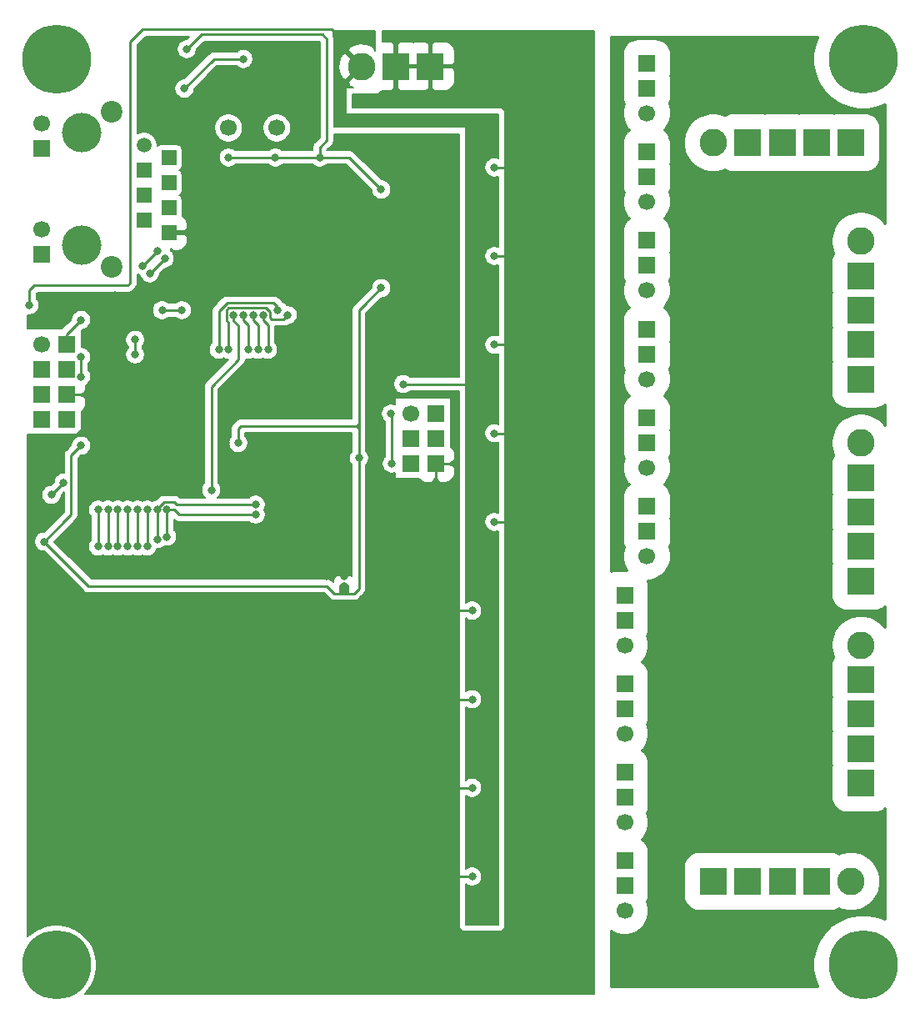
<source format=gbr>
G04 #@! TF.GenerationSoftware,KiCad,Pcbnew,(5.1.12)-1*
G04 #@! TF.CreationDate,2021-12-13T00:14:42+03:00*
G04 #@! TF.ProjectId,OCP-2,4f43502d-322e-46b6-9963-61645f706362,rev?*
G04 #@! TF.SameCoordinates,Original*
G04 #@! TF.FileFunction,Copper,L2,Bot*
G04 #@! TF.FilePolarity,Positive*
%FSLAX46Y46*%
G04 Gerber Fmt 4.6, Leading zero omitted, Abs format (unit mm)*
G04 Created by KiCad (PCBNEW (5.1.12)-1) date 2021-12-13 00:14:42*
%MOMM*%
%LPD*%
G01*
G04 APERTURE LIST*
G04 #@! TA.AperFunction,ComponentPad*
%ADD10R,1.700000X1.700000*%
G04 #@! TD*
G04 #@! TA.AperFunction,ComponentPad*
%ADD11C,1.700000*%
G04 #@! TD*
G04 #@! TA.AperFunction,ComponentPad*
%ADD12R,2.800000X2.800000*%
G04 #@! TD*
G04 #@! TA.AperFunction,ComponentPad*
%ADD13C,2.800000*%
G04 #@! TD*
G04 #@! TA.AperFunction,ComponentPad*
%ADD14C,7.000000*%
G04 #@! TD*
G04 #@! TA.AperFunction,ComponentPad*
%ADD15C,2.200000*%
G04 #@! TD*
G04 #@! TA.AperFunction,ComponentPad*
%ADD16C,4.000000*%
G04 #@! TD*
G04 #@! TA.AperFunction,ComponentPad*
%ADD17R,1.500000X1.500000*%
G04 #@! TD*
G04 #@! TA.AperFunction,ComponentPad*
%ADD18C,1.500000*%
G04 #@! TD*
G04 #@! TA.AperFunction,ViaPad*
%ADD19C,0.800000*%
G04 #@! TD*
G04 #@! TA.AperFunction,Conductor*
%ADD20C,0.250000*%
G04 #@! TD*
G04 #@! TA.AperFunction,Conductor*
%ADD21C,0.200000*%
G04 #@! TD*
G04 #@! TA.AperFunction,Conductor*
%ADD22C,0.100000*%
G04 #@! TD*
G04 #@! TA.AperFunction,NonConductor*
%ADD23C,0.300000*%
G04 #@! TD*
G04 #@! TA.AperFunction,NonConductor*
%ADD24C,0.100000*%
G04 #@! TD*
G04 APERTURE END LIST*
D10*
X92540000Y-95080000D03*
X92540000Y-92540000D03*
X92540000Y-90000000D03*
X90000000Y-95080000D03*
X90000000Y-92540000D03*
D11*
X90000000Y-90000000D03*
D10*
X52500000Y-90620000D03*
X55040000Y-90620000D03*
X55040000Y-88080000D03*
X55040000Y-85540000D03*
X55040000Y-83000000D03*
X52500000Y-88080000D03*
X52500000Y-85540000D03*
D11*
X52500000Y-83000000D03*
D12*
X92000000Y-54750000D03*
X88500000Y-54750000D03*
D13*
X85000000Y-54750000D03*
D12*
X135750000Y-127500000D03*
X135750000Y-124000000D03*
X135750000Y-120500000D03*
X135750000Y-117000000D03*
D13*
X135750000Y-113500000D03*
D12*
X135750000Y-107000000D03*
X135750000Y-103500000D03*
X135750000Y-100000000D03*
X135750000Y-96500000D03*
D13*
X135750000Y-93000000D03*
D12*
X120750000Y-137500000D03*
X124250000Y-137500000D03*
X127750000Y-137500000D03*
X131250000Y-137500000D03*
D13*
X134750000Y-137500000D03*
D12*
X135750000Y-86500000D03*
X135750000Y-83000000D03*
X135750000Y-79500000D03*
X135750000Y-76000000D03*
D13*
X135750000Y-72500000D03*
D12*
X134750000Y-62500000D03*
X131250000Y-62500000D03*
X127750000Y-62500000D03*
X124250000Y-62500000D03*
D13*
X120750000Y-62500000D03*
D10*
X111750000Y-135420000D03*
X111750000Y-137960000D03*
D11*
X111750000Y-140500000D03*
D10*
X111750000Y-126420000D03*
X111750000Y-128960000D03*
D11*
X111750000Y-131500000D03*
D10*
X111750000Y-117420000D03*
X111750000Y-119960000D03*
D11*
X111750000Y-122500000D03*
D10*
X111750000Y-108420000D03*
X111750000Y-110960000D03*
D11*
X111750000Y-113500000D03*
D10*
X114000000Y-99420000D03*
X114000000Y-101960000D03*
D11*
X114000000Y-104500000D03*
D10*
X114000000Y-90420000D03*
X114000000Y-92960000D03*
D11*
X114000000Y-95500000D03*
D10*
X114000000Y-81420000D03*
X114000000Y-83960000D03*
D11*
X114000000Y-86500000D03*
D10*
X114000000Y-72420000D03*
X114000000Y-74960000D03*
D11*
X114000000Y-77500000D03*
D10*
X114000000Y-63420000D03*
X114000000Y-65960000D03*
D11*
X114000000Y-68500000D03*
D10*
X114000000Y-54420000D03*
X114000000Y-56960000D03*
D11*
X114000000Y-59500000D03*
D14*
X136000000Y-146000000D03*
X136000000Y-54000000D03*
D11*
X71500000Y-61000000D03*
X76400000Y-61000000D03*
X52500000Y-60565600D03*
D10*
X52500000Y-73824400D03*
D11*
X52500000Y-71284400D03*
D10*
X52500000Y-63105600D03*
D15*
X59612000Y-75069000D03*
X59612000Y-59321000D03*
D16*
X56564000Y-72910000D03*
X56564000Y-61480000D03*
D17*
X65454000Y-71640000D03*
X62914000Y-70370000D03*
X65454000Y-69100000D03*
X62914000Y-67830000D03*
X65454000Y-66560000D03*
X62914000Y-65290000D03*
X65454000Y-64020000D03*
D18*
X62914000Y-62750000D03*
D14*
X54000000Y-146000000D03*
X54000000Y-54000000D03*
D19*
X74500000Y-83500000D03*
X62000000Y-84000000D03*
X62000000Y-82500000D03*
X74000000Y-80000000D03*
X73500000Y-83500000D03*
X73000000Y-80000000D03*
X83750000Y-142500000D03*
X69750000Y-142500000D03*
X57500000Y-125250000D03*
X57500000Y-131000000D03*
X57500000Y-136750000D03*
X57500000Y-142500000D03*
X83750000Y-125250000D03*
X83750000Y-131000000D03*
X83750000Y-136750000D03*
X69750000Y-136750000D03*
X107000000Y-74500000D03*
X98500000Y-74000000D03*
X98500000Y-83000000D03*
X107000000Y-83500000D03*
X98500000Y-92000000D03*
X107000000Y-92500000D03*
X98500000Y-101000000D03*
X107000000Y-101500000D03*
X96250000Y-110000000D03*
X104750000Y-110500000D03*
X96250000Y-119000000D03*
X104750000Y-119500000D03*
X96250000Y-128000000D03*
X104750000Y-128500000D03*
X96250000Y-137000000D03*
X104750000Y-137500000D03*
X107000000Y-65500000D03*
X98500000Y-65000000D03*
X98500000Y-56000000D03*
X107000000Y-56500000D03*
X69750000Y-131000000D03*
X67250000Y-55000000D03*
X77250000Y-68250000D03*
X75250000Y-68250000D03*
X70500000Y-68250000D03*
X72500000Y-68250000D03*
X73500000Y-58750000D03*
X81000000Y-76750000D03*
X69500000Y-75000000D03*
X79487347Y-68237347D03*
X77500000Y-76000000D03*
X71750000Y-76000000D03*
X69250000Y-125250000D03*
X89250000Y-67500000D03*
X60000000Y-78000000D03*
X62750000Y-56500000D03*
X87000000Y-82750000D03*
X71250000Y-93000000D03*
X71250000Y-94750000D03*
X77000000Y-93000000D03*
X58500000Y-88500000D03*
X59000000Y-94250000D03*
X87500000Y-51750000D03*
X88500000Y-51750000D03*
X80000000Y-52750000D03*
X79000000Y-52750000D03*
X89500000Y-51750000D03*
X78000000Y-52750000D03*
X83250000Y-106500000D03*
X81500000Y-106500000D03*
X83250000Y-113000000D03*
X82750000Y-94500000D03*
X72000000Y-106250000D03*
X71000000Y-106250000D03*
X70000000Y-106250000D03*
X69000000Y-106250000D03*
X69000000Y-108750000D03*
X70000000Y-108750000D03*
X71000000Y-108750000D03*
X72000000Y-108750000D03*
X67250000Y-53000000D03*
X71500000Y-64000000D03*
X76250000Y-64000000D03*
X80750000Y-64000000D03*
X72481750Y-92981750D03*
X52750000Y-103000000D03*
X87000000Y-67250000D03*
X56500000Y-93250000D03*
X84750000Y-94500000D03*
X87000000Y-77250000D03*
X83250000Y-107500000D03*
X88080000Y-95080000D03*
X88000000Y-90000000D03*
X61250000Y-99750000D03*
X61250000Y-103500000D03*
X60250000Y-99750000D03*
X60250000Y-103500000D03*
X59249997Y-99750000D03*
X59249997Y-103499997D03*
X58249994Y-99750000D03*
X58249994Y-103499994D03*
X62250000Y-99750000D03*
X62250000Y-103500000D03*
X63250000Y-99750000D03*
X63250000Y-103500000D03*
X54750000Y-97000000D03*
X53500000Y-98250000D03*
X67000000Y-57000000D03*
X73000000Y-54000000D03*
X66750000Y-79500000D03*
X64750000Y-79500000D03*
X72000000Y-80000000D03*
X69750000Y-97750000D03*
X65250000Y-102500000D03*
X65250006Y-99750000D03*
X74250000Y-100250000D03*
X64250000Y-102750000D03*
X64250003Y-99750000D03*
X74250000Y-99250000D03*
X75500000Y-83500000D03*
X75000000Y-80000000D03*
X56512653Y-86237347D03*
X56500000Y-84250000D03*
X70500000Y-83500000D03*
X76500000Y-79500000D03*
X64250000Y-73500000D03*
X62750000Y-75000000D03*
X65000000Y-74250000D03*
X63500000Y-75750000D03*
X71500000Y-83500000D03*
X77500000Y-80000000D03*
X98500000Y-78500000D03*
X98500000Y-87500000D03*
X98500000Y-96500000D03*
X98500000Y-105500000D03*
X96250000Y-114500000D03*
X96250000Y-123500000D03*
X96250000Y-132500000D03*
X96250000Y-141500000D03*
X98500000Y-60500000D03*
X98500000Y-69500000D03*
X89250000Y-87000000D03*
X51250000Y-79000000D03*
X56500000Y-80500000D03*
D20*
X62000000Y-82500000D02*
X62000000Y-84000000D01*
X74500000Y-83500000D02*
X74500000Y-81000000D01*
X74000000Y-80500000D02*
X74000000Y-80000000D01*
X74500000Y-81000000D02*
X74000000Y-80500000D01*
X73499988Y-81999988D02*
X73500000Y-83500000D01*
X73000000Y-80000000D02*
X73000000Y-80500000D01*
X73499988Y-80999988D02*
X73499988Y-81999988D01*
X73000000Y-80500000D02*
X73499988Y-80999988D01*
X98500000Y-101000000D02*
X99750000Y-101000000D01*
X98500000Y-92000000D02*
X99750000Y-92000000D01*
X98500000Y-83000000D02*
X99750000Y-83000000D01*
X98500000Y-74000000D02*
X99750000Y-74000000D01*
X100000000Y-65000000D02*
X99750000Y-65000000D01*
X98500000Y-65000000D02*
X99750000Y-65000000D01*
X55040000Y-88080000D02*
X57170000Y-88080000D01*
X92540000Y-95080000D02*
X94670000Y-95080000D01*
X92540000Y-95080000D02*
X92540000Y-97460000D01*
X96250000Y-128000000D02*
X94250000Y-128000000D01*
X96250000Y-119000000D02*
X94500000Y-119000000D01*
X96250000Y-110000000D02*
X94250000Y-110000000D01*
X96250000Y-137000000D02*
X94500000Y-137000000D01*
X81500000Y-106500000D02*
X81500000Y-106000000D01*
X81500000Y-106000000D02*
X81750000Y-105750000D01*
X81750000Y-105750000D02*
X83000000Y-105750000D01*
X83250000Y-106000000D02*
X83250000Y-106500000D01*
X83000000Y-105750000D02*
X83250000Y-106000000D01*
X71500000Y-64000000D02*
X76250000Y-64000000D01*
X76250000Y-64000000D02*
X80750000Y-64000000D01*
X81250000Y-91250000D02*
X84500000Y-91250000D01*
X81250000Y-91250000D02*
X81500000Y-91250000D01*
X84750000Y-91500000D02*
X84750000Y-94500000D01*
X84500000Y-91250000D02*
X84750000Y-91500000D01*
X84750000Y-91000000D02*
X84500000Y-91250000D01*
X84750000Y-87750000D02*
X84750000Y-91000000D01*
X84750000Y-88000000D02*
X84750000Y-87750000D01*
X84750000Y-91000000D02*
X84750000Y-91500000D01*
X52750000Y-103000000D02*
X57250000Y-107500000D01*
X80750000Y-63000000D02*
X80750000Y-64000000D01*
X81500000Y-62250000D02*
X80750000Y-63000000D01*
X81500000Y-52000000D02*
X81500000Y-62250000D01*
X81000000Y-51500000D02*
X81500000Y-52000000D01*
X68750000Y-51500000D02*
X81000000Y-51500000D01*
X67250000Y-53000000D02*
X68750000Y-51500000D01*
X72481750Y-91518250D02*
X72750000Y-91250000D01*
X72750000Y-91250000D02*
X81250000Y-91250000D01*
X72481750Y-92981750D02*
X72481750Y-91518250D01*
X84750000Y-94500000D02*
X84750000Y-107000000D01*
X84750000Y-107250000D02*
X84750000Y-107750000D01*
X84750000Y-107000000D02*
X84750000Y-107250000D01*
X84750000Y-107750000D02*
X84250000Y-108250000D01*
X82250000Y-108250000D02*
X81500000Y-107500000D01*
X57250000Y-107500000D02*
X81500000Y-107500000D01*
X83250000Y-107500000D02*
X83250000Y-108250000D01*
X83250000Y-108250000D02*
X82250000Y-108250000D01*
X84250000Y-108250000D02*
X83250000Y-108250000D01*
X85000000Y-65250000D02*
X87000000Y-67250000D01*
X80750000Y-64000000D02*
X82250000Y-64000000D01*
X84750000Y-80500000D02*
X84750000Y-79500000D01*
X55000000Y-100750000D02*
X52750000Y-103000000D01*
X55500000Y-100250000D02*
X55000000Y-100750000D01*
X55500000Y-94250000D02*
X55500000Y-100250000D01*
X56500000Y-93250000D02*
X55500000Y-94250000D01*
X84750000Y-80750000D02*
X84750000Y-79500000D01*
X84750000Y-79500000D02*
X85250000Y-79000000D01*
X84750000Y-87750000D02*
X84750000Y-80750000D01*
X85250000Y-79000000D02*
X87000000Y-77250000D01*
X83750000Y-64000000D02*
X87000000Y-67250000D01*
X82250000Y-64000000D02*
X83750000Y-64000000D01*
X88080000Y-90080000D02*
X88000000Y-90000000D01*
X88080000Y-95080000D02*
X88080000Y-90080000D01*
X61250000Y-99750000D02*
X61250000Y-103500000D01*
X60250000Y-99750000D02*
X60250000Y-103500000D01*
X59249997Y-99750000D02*
X59249997Y-103499997D01*
X58249994Y-99750000D02*
X58249994Y-103499994D01*
X62250000Y-99750000D02*
X62250000Y-103500000D01*
X63250000Y-99750000D02*
X63250000Y-103500000D01*
X54750000Y-97000000D02*
X53500000Y-98250000D01*
X70000000Y-54000000D02*
X73000000Y-54000000D01*
X67000000Y-57000000D02*
X70000000Y-54000000D01*
X64750000Y-79500000D02*
X66750000Y-79500000D01*
X72500000Y-81065685D02*
X72500000Y-83500000D01*
X72000000Y-80000000D02*
X72000000Y-80565685D01*
X72000000Y-80565685D02*
X72500000Y-81065685D01*
X72499985Y-82999985D02*
X72500000Y-83500000D01*
X69750000Y-97750000D02*
X69750000Y-87250000D01*
X72500000Y-84500000D02*
X72500000Y-83500000D01*
X69750000Y-87250000D02*
X72500000Y-84500000D01*
X65250006Y-102499994D02*
X65250000Y-102500000D01*
X65250006Y-99750000D02*
X65250006Y-102499994D01*
X73000000Y-100250000D02*
X73000000Y-100250000D01*
X66000000Y-99750000D02*
X65250006Y-99750000D01*
X66500000Y-100250000D02*
X66000000Y-99750000D01*
X74250000Y-100250000D02*
X66500000Y-100250000D01*
X64250003Y-102749997D02*
X64250000Y-102750000D01*
X64250003Y-99750000D02*
X64250003Y-102749997D01*
X73000000Y-99250000D02*
X73000000Y-99250000D01*
X64250003Y-99677001D02*
X64250003Y-99750000D01*
X66000000Y-99000000D02*
X64927004Y-99000000D01*
X64927004Y-99000000D02*
X64250003Y-99677001D01*
X66250000Y-99250000D02*
X66000000Y-99000000D01*
X74250000Y-99250000D02*
X66250000Y-99250000D01*
X75500000Y-83500000D02*
X75500000Y-81000000D01*
X75000000Y-80500000D02*
X75000000Y-80000000D01*
X75500000Y-81000000D02*
X75000000Y-80500000D01*
X56512653Y-84262653D02*
X56500000Y-84250000D01*
X56512653Y-86237347D02*
X56512653Y-84262653D01*
X70500000Y-80750000D02*
X70500000Y-83500000D01*
X70500000Y-79613590D02*
X70500000Y-80750000D01*
X71363590Y-78750000D02*
X70500000Y-79613590D01*
X76065682Y-78750000D02*
X71363590Y-78750000D01*
X76499997Y-79184315D02*
X76065682Y-78750000D01*
X76500000Y-79250000D02*
X76499997Y-79184315D01*
X64250000Y-73500000D02*
X62750000Y-75000000D01*
X65000000Y-74250000D02*
X63500000Y-75750000D01*
X75725001Y-79651999D02*
X75323002Y-79250000D01*
X75725001Y-80225001D02*
X75725001Y-79651999D01*
X75899999Y-80399999D02*
X75725001Y-80225001D01*
X77100001Y-80399999D02*
X75899999Y-80399999D01*
X77500000Y-80000000D02*
X77100001Y-80399999D01*
X75323002Y-79250000D02*
X74000000Y-79250000D01*
X74000000Y-79250000D02*
X72500000Y-79250000D01*
X72500000Y-79250000D02*
X72250000Y-79250000D01*
X71500000Y-79250000D02*
X72500000Y-79250000D01*
X71274999Y-79475001D02*
X71500000Y-79250000D01*
X71274999Y-80524999D02*
X71274999Y-79475001D01*
X71500000Y-80750000D02*
X71274999Y-80524999D01*
X71500000Y-83500000D02*
X71500000Y-80750000D01*
X61500000Y-52250000D02*
X61500000Y-76750000D01*
X62750000Y-51000000D02*
X61500000Y-52250000D01*
X61500000Y-76750000D02*
X61250000Y-77000000D01*
X82000000Y-51000000D02*
X62750000Y-51000000D01*
X82250000Y-51250000D02*
X82000000Y-51000000D01*
X82250000Y-52000000D02*
X82250000Y-51250000D01*
X85000000Y-54750000D02*
X82250000Y-52000000D01*
X89250000Y-87000000D02*
X96250000Y-87000000D01*
X55500000Y-77000000D02*
X51750000Y-77000000D01*
X61250000Y-77000000D02*
X55500000Y-77000000D01*
X55500000Y-77000000D02*
X55250000Y-77000000D01*
X51250000Y-77500000D02*
X51250000Y-79000000D01*
X51750000Y-77000000D02*
X51250000Y-77500000D01*
X55040000Y-83000000D02*
X55040000Y-81960000D01*
X55040000Y-81960000D02*
X56500000Y-80500000D01*
D21*
X108650000Y-148900000D02*
X56898276Y-148900000D01*
X57184678Y-148613598D01*
X57633373Y-147942078D01*
X57942439Y-147195926D01*
X58100000Y-146403815D01*
X58100000Y-145596185D01*
X57942439Y-144804074D01*
X57633373Y-144057922D01*
X57184678Y-143386402D01*
X56613598Y-142815322D01*
X55942078Y-142366627D01*
X55195926Y-142057561D01*
X54403815Y-141900000D01*
X53596185Y-141900000D01*
X52804074Y-142057561D01*
X52057922Y-142366627D01*
X51386402Y-142815322D01*
X51100000Y-143101724D01*
X51100000Y-102901509D01*
X51750000Y-102901509D01*
X51750000Y-103098491D01*
X51788429Y-103291689D01*
X51863811Y-103473678D01*
X51973249Y-103637463D01*
X52112537Y-103776751D01*
X52276322Y-103886189D01*
X52458311Y-103961571D01*
X52651509Y-104000000D01*
X52724696Y-104000000D01*
X56712172Y-107987477D01*
X56734868Y-108015132D01*
X56762523Y-108037828D01*
X56762525Y-108037830D01*
X56845263Y-108105731D01*
X56971212Y-108173053D01*
X57107875Y-108214509D01*
X57214393Y-108225000D01*
X57214402Y-108225000D01*
X57249999Y-108228506D01*
X57285596Y-108225000D01*
X81199696Y-108225000D01*
X81712172Y-108737477D01*
X81734868Y-108765132D01*
X81762523Y-108787828D01*
X81762525Y-108787830D01*
X81782628Y-108804328D01*
X81845263Y-108855731D01*
X81971212Y-108923053D01*
X82107875Y-108964509D01*
X82214393Y-108975000D01*
X82214402Y-108975000D01*
X82249999Y-108978506D01*
X82285596Y-108975000D01*
X83214393Y-108975000D01*
X83250000Y-108978507D01*
X83285607Y-108975000D01*
X84214403Y-108975000D01*
X84250000Y-108978506D01*
X84285597Y-108975000D01*
X84285607Y-108975000D01*
X84392125Y-108964509D01*
X84528788Y-108923053D01*
X84654737Y-108855731D01*
X84765132Y-108765132D01*
X84787832Y-108737472D01*
X85237477Y-108287828D01*
X85265132Y-108265132D01*
X85295191Y-108228506D01*
X85355731Y-108154737D01*
X85423053Y-108028788D01*
X85440518Y-107971212D01*
X85464509Y-107892125D01*
X85475000Y-107785607D01*
X85475000Y-107785597D01*
X85478506Y-107750000D01*
X85475000Y-107714403D01*
X85475000Y-95189214D01*
X85526751Y-95137463D01*
X85636189Y-94973678D01*
X85711571Y-94791689D01*
X85750000Y-94598491D01*
X85750000Y-94401509D01*
X85711571Y-94208311D01*
X85636189Y-94026322D01*
X85526751Y-93862537D01*
X85475000Y-93810786D01*
X85475000Y-91535596D01*
X85478506Y-91499999D01*
X85475000Y-91464402D01*
X85475000Y-91035598D01*
X85478506Y-91000001D01*
X85475000Y-90964404D01*
X85475000Y-89901509D01*
X87000000Y-89901509D01*
X87000000Y-90098491D01*
X87038429Y-90291689D01*
X87113811Y-90473678D01*
X87223249Y-90637463D01*
X87355001Y-90769215D01*
X87355000Y-94390786D01*
X87303249Y-94442537D01*
X87193811Y-94606322D01*
X87118429Y-94788311D01*
X87080000Y-94981509D01*
X87080000Y-95178491D01*
X87118429Y-95371689D01*
X87193811Y-95553678D01*
X87303249Y-95717463D01*
X87442537Y-95856751D01*
X87606322Y-95966189D01*
X87788311Y-96041571D01*
X87981509Y-96080000D01*
X88178491Y-96080000D01*
X88371689Y-96041571D01*
X88400000Y-96029844D01*
X88400000Y-96500000D01*
X88401921Y-96519509D01*
X88407612Y-96538268D01*
X88416853Y-96555557D01*
X88429289Y-96570711D01*
X88444443Y-96583147D01*
X88461732Y-96592388D01*
X88480491Y-96598079D01*
X88500000Y-96600000D01*
X90816847Y-96600000D01*
X90908419Y-96711581D01*
X91075916Y-96849042D01*
X91267012Y-96951184D01*
X91474362Y-97014084D01*
X91690000Y-97035322D01*
X92115000Y-97030000D01*
X92390000Y-96755000D01*
X92390000Y-96600000D01*
X92690000Y-96600000D01*
X92690000Y-96755000D01*
X92965000Y-97030000D01*
X93390000Y-97035322D01*
X93605638Y-97014084D01*
X93812988Y-96951184D01*
X94004084Y-96849042D01*
X94171581Y-96711581D01*
X94309042Y-96544084D01*
X94411184Y-96352988D01*
X94474084Y-96145638D01*
X94495322Y-95930000D01*
X94490000Y-95505000D01*
X94215000Y-95230000D01*
X94100000Y-95230000D01*
X94100000Y-94930000D01*
X94215000Y-94930000D01*
X94490000Y-94655000D01*
X94495322Y-94230000D01*
X94474084Y-94014362D01*
X94411184Y-93807012D01*
X94309042Y-93615916D01*
X94171581Y-93448419D01*
X94100000Y-93389674D01*
X94100000Y-88500000D01*
X94098079Y-88480491D01*
X94092388Y-88461732D01*
X94083147Y-88444443D01*
X94070711Y-88429289D01*
X94055557Y-88416853D01*
X94038268Y-88407612D01*
X94019509Y-88401921D01*
X94000000Y-88400000D01*
X88500000Y-88400000D01*
X88480491Y-88401921D01*
X88461732Y-88407612D01*
X88444443Y-88416853D01*
X88429289Y-88429289D01*
X88416853Y-88444443D01*
X88407612Y-88461732D01*
X88401921Y-88480491D01*
X88400000Y-88500000D01*
X88400000Y-89083293D01*
X88291689Y-89038429D01*
X88098491Y-89000000D01*
X87901509Y-89000000D01*
X87708311Y-89038429D01*
X87526322Y-89113811D01*
X87362537Y-89223249D01*
X87223249Y-89362537D01*
X87113811Y-89526322D01*
X87038429Y-89708311D01*
X87000000Y-89901509D01*
X85475000Y-89901509D01*
X85475000Y-79800304D01*
X85787830Y-79487475D01*
X85787834Y-79487470D01*
X87025305Y-78250000D01*
X87098491Y-78250000D01*
X87291689Y-78211571D01*
X87473678Y-78136189D01*
X87637463Y-78026751D01*
X87776751Y-77887463D01*
X87886189Y-77723678D01*
X87961571Y-77541689D01*
X88000000Y-77348491D01*
X88000000Y-77151509D01*
X87961571Y-76958311D01*
X87886189Y-76776322D01*
X87776751Y-76612537D01*
X87637463Y-76473249D01*
X87473678Y-76363811D01*
X87291689Y-76288429D01*
X87098491Y-76250000D01*
X86901509Y-76250000D01*
X86708311Y-76288429D01*
X86526322Y-76363811D01*
X86362537Y-76473249D01*
X86223249Y-76612537D01*
X86113811Y-76776322D01*
X86038429Y-76958311D01*
X86000000Y-77151509D01*
X86000000Y-77224695D01*
X84762530Y-78462166D01*
X84762525Y-78462170D01*
X84262523Y-78962173D01*
X84234869Y-78984868D01*
X84212173Y-79012523D01*
X84212170Y-79012526D01*
X84144269Y-79095264D01*
X84076947Y-79221213D01*
X84057449Y-79285491D01*
X84035492Y-79357875D01*
X84030877Y-79404736D01*
X84021494Y-79500000D01*
X84025001Y-79535606D01*
X84025001Y-80121212D01*
X84025000Y-80785606D01*
X84025001Y-80785616D01*
X84025000Y-87714393D01*
X84025000Y-87714394D01*
X84025001Y-90525000D01*
X72785597Y-90525000D01*
X72750000Y-90521494D01*
X72714403Y-90525000D01*
X72714393Y-90525000D01*
X72607875Y-90535491D01*
X72471212Y-90576947D01*
X72345263Y-90644269D01*
X72234868Y-90734868D01*
X72212170Y-90762526D01*
X71994274Y-90980422D01*
X71966619Y-91003118D01*
X71943923Y-91030773D01*
X71943920Y-91030776D01*
X71876019Y-91113514D01*
X71808697Y-91239463D01*
X71767242Y-91376126D01*
X71753244Y-91518250D01*
X71756751Y-91553857D01*
X71756750Y-92292536D01*
X71704999Y-92344287D01*
X71595561Y-92508072D01*
X71520179Y-92690061D01*
X71481750Y-92883259D01*
X71481750Y-93080241D01*
X71520179Y-93273439D01*
X71595561Y-93455428D01*
X71704999Y-93619213D01*
X71844287Y-93758501D01*
X72008072Y-93867939D01*
X72190061Y-93943321D01*
X72383259Y-93981750D01*
X72580241Y-93981750D01*
X72773439Y-93943321D01*
X72955428Y-93867939D01*
X73119213Y-93758501D01*
X73258501Y-93619213D01*
X73367939Y-93455428D01*
X73443321Y-93273439D01*
X73481750Y-93080241D01*
X73481750Y-92883259D01*
X73443321Y-92690061D01*
X73367939Y-92508072D01*
X73258501Y-92344287D01*
X73206750Y-92292536D01*
X73206750Y-91975000D01*
X84025000Y-91975000D01*
X84025001Y-93810785D01*
X83973249Y-93862537D01*
X83863811Y-94026322D01*
X83788429Y-94208311D01*
X83750000Y-94401509D01*
X83750000Y-94598491D01*
X83788429Y-94791689D01*
X83863811Y-94973678D01*
X83973249Y-95137463D01*
X84025000Y-95189214D01*
X84025001Y-106469934D01*
X83979610Y-106445672D01*
X83867054Y-106411529D01*
X83750000Y-106400000D01*
X82750000Y-106400000D01*
X82632946Y-106411529D01*
X82520390Y-106445672D01*
X82416658Y-106501118D01*
X82325736Y-106575736D01*
X82251118Y-106666658D01*
X82195672Y-106770390D01*
X82161529Y-106882946D01*
X82150000Y-107000000D01*
X82150000Y-107124696D01*
X82037832Y-107012528D01*
X82015132Y-106984868D01*
X81904737Y-106894269D01*
X81778788Y-106826947D01*
X81642125Y-106785491D01*
X81535607Y-106775000D01*
X81535597Y-106775000D01*
X81500000Y-106771494D01*
X81464403Y-106775000D01*
X57550305Y-106775000D01*
X53775304Y-103000000D01*
X55537830Y-101237475D01*
X55537834Y-101237470D01*
X55987477Y-100787828D01*
X56015132Y-100765132D01*
X56049153Y-100723678D01*
X56105731Y-100654737D01*
X56173053Y-100528788D01*
X56190518Y-100471213D01*
X56214509Y-100392125D01*
X56225000Y-100285607D01*
X56225000Y-100285597D01*
X56228506Y-100250000D01*
X56225000Y-100214403D01*
X56225000Y-99651509D01*
X57249994Y-99651509D01*
X57249994Y-99848491D01*
X57288423Y-100041689D01*
X57363805Y-100223678D01*
X57473243Y-100387463D01*
X57524994Y-100439214D01*
X57524995Y-102810779D01*
X57473243Y-102862531D01*
X57363805Y-103026316D01*
X57288423Y-103208305D01*
X57249994Y-103401503D01*
X57249994Y-103598485D01*
X57288423Y-103791683D01*
X57363805Y-103973672D01*
X57473243Y-104137457D01*
X57612531Y-104276745D01*
X57776316Y-104386183D01*
X57958305Y-104461565D01*
X58151503Y-104499994D01*
X58348485Y-104499994D01*
X58541683Y-104461565D01*
X58723672Y-104386183D01*
X58749993Y-104368596D01*
X58776319Y-104386186D01*
X58958308Y-104461568D01*
X59151506Y-104499997D01*
X59348488Y-104499997D01*
X59541686Y-104461568D01*
X59723675Y-104386186D01*
X59749996Y-104368599D01*
X59776322Y-104386189D01*
X59958311Y-104461571D01*
X60151509Y-104500000D01*
X60348491Y-104500000D01*
X60541689Y-104461571D01*
X60723678Y-104386189D01*
X60750000Y-104368601D01*
X60776322Y-104386189D01*
X60958311Y-104461571D01*
X61151509Y-104500000D01*
X61348491Y-104500000D01*
X61541689Y-104461571D01*
X61723678Y-104386189D01*
X61750000Y-104368601D01*
X61776322Y-104386189D01*
X61958311Y-104461571D01*
X62151509Y-104500000D01*
X62348491Y-104500000D01*
X62541689Y-104461571D01*
X62723678Y-104386189D01*
X62750000Y-104368601D01*
X62776322Y-104386189D01*
X62958311Y-104461571D01*
X63151509Y-104500000D01*
X63348491Y-104500000D01*
X63541689Y-104461571D01*
X63723678Y-104386189D01*
X63887463Y-104276751D01*
X64026751Y-104137463D01*
X64136189Y-103973678D01*
X64211571Y-103791689D01*
X64219863Y-103750000D01*
X64348491Y-103750000D01*
X64541689Y-103711571D01*
X64723678Y-103636189D01*
X64887463Y-103526751D01*
X64954303Y-103459911D01*
X64958311Y-103461571D01*
X65151509Y-103500000D01*
X65348491Y-103500000D01*
X65541689Y-103461571D01*
X65723678Y-103386189D01*
X65887463Y-103276751D01*
X66026751Y-103137463D01*
X66136189Y-102973678D01*
X66211571Y-102791689D01*
X66250000Y-102598491D01*
X66250000Y-102401509D01*
X66211571Y-102208311D01*
X66136189Y-102026322D01*
X66026751Y-101862537D01*
X65975006Y-101810792D01*
X65975006Y-100753115D01*
X65984868Y-100765132D01*
X66012523Y-100787828D01*
X66012525Y-100787830D01*
X66095263Y-100855731D01*
X66221212Y-100923053D01*
X66357875Y-100964509D01*
X66464393Y-100975000D01*
X66464403Y-100975000D01*
X66500000Y-100978506D01*
X66535597Y-100975000D01*
X73560786Y-100975000D01*
X73612537Y-101026751D01*
X73776322Y-101136189D01*
X73958311Y-101211571D01*
X74151509Y-101250000D01*
X74348491Y-101250000D01*
X74541689Y-101211571D01*
X74723678Y-101136189D01*
X74887463Y-101026751D01*
X75026751Y-100887463D01*
X75136189Y-100723678D01*
X75211571Y-100541689D01*
X75250000Y-100348491D01*
X75250000Y-100151509D01*
X75211571Y-99958311D01*
X75136189Y-99776322D01*
X75118601Y-99750000D01*
X75136189Y-99723678D01*
X75211571Y-99541689D01*
X75250000Y-99348491D01*
X75250000Y-99151509D01*
X75211571Y-98958311D01*
X75136189Y-98776322D01*
X75026751Y-98612537D01*
X74887463Y-98473249D01*
X74723678Y-98363811D01*
X74541689Y-98288429D01*
X74348491Y-98250000D01*
X74151509Y-98250000D01*
X73958311Y-98288429D01*
X73776322Y-98363811D01*
X73612537Y-98473249D01*
X73560786Y-98525000D01*
X70389214Y-98525000D01*
X70526751Y-98387463D01*
X70636189Y-98223678D01*
X70711571Y-98041689D01*
X70750000Y-97848491D01*
X70750000Y-97651509D01*
X70711571Y-97458311D01*
X70636189Y-97276322D01*
X70526751Y-97112537D01*
X70475000Y-97060786D01*
X70475000Y-87550304D01*
X72987482Y-85037823D01*
X73015131Y-85015132D01*
X73037823Y-84987482D01*
X73037830Y-84987475D01*
X73105731Y-84904737D01*
X73173053Y-84778788D01*
X73189770Y-84723678D01*
X73214509Y-84642125D01*
X73225000Y-84535607D01*
X73225000Y-84535598D01*
X73228506Y-84500001D01*
X73225049Y-84464900D01*
X73401509Y-84500000D01*
X73598491Y-84500000D01*
X73791689Y-84461571D01*
X73973678Y-84386189D01*
X74000000Y-84368601D01*
X74026322Y-84386189D01*
X74208311Y-84461571D01*
X74401509Y-84500000D01*
X74598491Y-84500000D01*
X74791689Y-84461571D01*
X74973678Y-84386189D01*
X75000000Y-84368601D01*
X75026322Y-84386189D01*
X75208311Y-84461571D01*
X75401509Y-84500000D01*
X75598491Y-84500000D01*
X75791689Y-84461571D01*
X75973678Y-84386189D01*
X76137463Y-84276751D01*
X76276751Y-84137463D01*
X76386189Y-83973678D01*
X76461571Y-83791689D01*
X76500000Y-83598491D01*
X76500000Y-83401509D01*
X76461571Y-83208311D01*
X76386189Y-83026322D01*
X76276751Y-82862537D01*
X76225000Y-82810786D01*
X76225000Y-81124999D01*
X77064404Y-81124999D01*
X77100001Y-81128505D01*
X77135598Y-81124999D01*
X77135608Y-81124999D01*
X77242126Y-81114508D01*
X77378789Y-81073052D01*
X77504738Y-81005730D01*
X77511720Y-81000000D01*
X77598491Y-81000000D01*
X77791689Y-80961571D01*
X77973678Y-80886189D01*
X78137463Y-80776751D01*
X78276751Y-80637463D01*
X78386189Y-80473678D01*
X78461571Y-80291689D01*
X78500000Y-80098491D01*
X78500000Y-79901509D01*
X78461571Y-79708311D01*
X78386189Y-79526322D01*
X78276751Y-79362537D01*
X78137463Y-79223249D01*
X77973678Y-79113811D01*
X77791689Y-79038429D01*
X77598491Y-79000000D01*
X77401509Y-79000000D01*
X77372462Y-79005778D01*
X77276751Y-78862537D01*
X77137463Y-78723249D01*
X76973678Y-78613811D01*
X76941446Y-78600460D01*
X76603514Y-78262528D01*
X76580814Y-78234868D01*
X76470419Y-78144269D01*
X76344470Y-78076947D01*
X76207807Y-78035491D01*
X76101289Y-78025000D01*
X76101279Y-78025000D01*
X76065682Y-78021494D01*
X76030085Y-78025000D01*
X71399187Y-78025000D01*
X71363590Y-78021494D01*
X71327993Y-78025000D01*
X71327983Y-78025000D01*
X71221465Y-78035491D01*
X71084802Y-78076947D01*
X70958853Y-78144269D01*
X70876115Y-78212170D01*
X70876113Y-78212172D01*
X70848458Y-78234868D01*
X70825762Y-78262523D01*
X70012524Y-79075762D01*
X69984868Y-79098459D01*
X69962172Y-79126114D01*
X69962170Y-79126116D01*
X69930649Y-79164525D01*
X69894269Y-79208854D01*
X69826947Y-79334803D01*
X69785491Y-79471466D01*
X69775000Y-79577984D01*
X69775000Y-79577993D01*
X69771494Y-79613590D01*
X69775000Y-79649188D01*
X69775001Y-80714384D01*
X69775000Y-80714394D01*
X69775001Y-82810785D01*
X69723249Y-82862537D01*
X69613811Y-83026322D01*
X69538429Y-83208311D01*
X69500000Y-83401509D01*
X69500000Y-83598491D01*
X69538429Y-83791689D01*
X69613811Y-83973678D01*
X69723249Y-84137463D01*
X69862537Y-84276751D01*
X70026322Y-84386189D01*
X70208311Y-84461571D01*
X70401509Y-84500000D01*
X70598491Y-84500000D01*
X70791689Y-84461571D01*
X70973678Y-84386189D01*
X71000000Y-84368601D01*
X71026322Y-84386189D01*
X71208311Y-84461571D01*
X71401509Y-84500000D01*
X71474695Y-84500000D01*
X69262523Y-86712173D01*
X69234869Y-86734868D01*
X69212173Y-86762523D01*
X69212170Y-86762526D01*
X69144269Y-86845264D01*
X69076947Y-86971213D01*
X69035492Y-87107876D01*
X69021494Y-87250000D01*
X69025001Y-87285607D01*
X69025000Y-97060786D01*
X68973249Y-97112537D01*
X68863811Y-97276322D01*
X68788429Y-97458311D01*
X68750000Y-97651509D01*
X68750000Y-97848491D01*
X68788429Y-98041689D01*
X68863811Y-98223678D01*
X68973249Y-98387463D01*
X69110786Y-98525000D01*
X66550304Y-98525000D01*
X66537832Y-98512528D01*
X66515132Y-98484868D01*
X66404737Y-98394269D01*
X66278788Y-98326947D01*
X66142125Y-98285491D01*
X66035607Y-98275000D01*
X66035597Y-98275000D01*
X66000000Y-98271494D01*
X65964403Y-98275000D01*
X64962601Y-98275000D01*
X64927004Y-98271494D01*
X64891407Y-98275000D01*
X64891397Y-98275000D01*
X64784879Y-98285491D01*
X64648216Y-98326947D01*
X64522267Y-98394269D01*
X64439529Y-98462170D01*
X64439527Y-98462172D01*
X64411872Y-98484868D01*
X64389176Y-98512523D01*
X64151699Y-98750000D01*
X64151512Y-98750000D01*
X63958314Y-98788429D01*
X63776325Y-98863811D01*
X63750002Y-98881400D01*
X63723678Y-98863811D01*
X63541689Y-98788429D01*
X63348491Y-98750000D01*
X63151509Y-98750000D01*
X62958311Y-98788429D01*
X62776322Y-98863811D01*
X62750000Y-98881399D01*
X62723678Y-98863811D01*
X62541689Y-98788429D01*
X62348491Y-98750000D01*
X62151509Y-98750000D01*
X61958311Y-98788429D01*
X61776322Y-98863811D01*
X61750000Y-98881399D01*
X61723678Y-98863811D01*
X61541689Y-98788429D01*
X61348491Y-98750000D01*
X61151509Y-98750000D01*
X60958311Y-98788429D01*
X60776322Y-98863811D01*
X60750000Y-98881399D01*
X60723678Y-98863811D01*
X60541689Y-98788429D01*
X60348491Y-98750000D01*
X60151509Y-98750000D01*
X59958311Y-98788429D01*
X59776322Y-98863811D01*
X59749999Y-98881400D01*
X59723675Y-98863811D01*
X59541686Y-98788429D01*
X59348488Y-98750000D01*
X59151506Y-98750000D01*
X58958308Y-98788429D01*
X58776319Y-98863811D01*
X58749996Y-98881400D01*
X58723672Y-98863811D01*
X58541683Y-98788429D01*
X58348485Y-98750000D01*
X58151503Y-98750000D01*
X57958305Y-98788429D01*
X57776316Y-98863811D01*
X57612531Y-98973249D01*
X57473243Y-99112537D01*
X57363805Y-99276322D01*
X57288423Y-99458311D01*
X57249994Y-99651509D01*
X56225000Y-99651509D01*
X56225000Y-94550304D01*
X56525305Y-94250000D01*
X56598491Y-94250000D01*
X56791689Y-94211571D01*
X56973678Y-94136189D01*
X57137463Y-94026751D01*
X57276751Y-93887463D01*
X57386189Y-93723678D01*
X57461571Y-93541689D01*
X57500000Y-93348491D01*
X57500000Y-93151509D01*
X57461571Y-92958311D01*
X57386189Y-92776322D01*
X57276751Y-92612537D01*
X57137463Y-92473249D01*
X56973678Y-92363811D01*
X56791689Y-92288429D01*
X56598491Y-92250000D01*
X56401509Y-92250000D01*
X56208311Y-92288429D01*
X56026322Y-92363811D01*
X55862537Y-92473249D01*
X55723249Y-92612537D01*
X55613811Y-92776322D01*
X55538429Y-92958311D01*
X55500000Y-93151509D01*
X55500000Y-93224695D01*
X55012524Y-93712172D01*
X54984868Y-93734869D01*
X54962172Y-93762524D01*
X54962170Y-93762526D01*
X54918025Y-93816317D01*
X54894269Y-93845264D01*
X54826947Y-93971213D01*
X54785491Y-94107876D01*
X54775000Y-94214394D01*
X54775000Y-94214403D01*
X54771494Y-94250000D01*
X54775000Y-94285597D01*
X54775000Y-96000000D01*
X54651509Y-96000000D01*
X54458311Y-96038429D01*
X54276322Y-96113811D01*
X54112537Y-96223249D01*
X53973249Y-96362537D01*
X53863811Y-96526322D01*
X53788429Y-96708311D01*
X53750000Y-96901509D01*
X53750000Y-96974695D01*
X53474696Y-97250000D01*
X53401509Y-97250000D01*
X53208311Y-97288429D01*
X53026322Y-97363811D01*
X52862537Y-97473249D01*
X52723249Y-97612537D01*
X52613811Y-97776322D01*
X52538429Y-97958311D01*
X52500000Y-98151509D01*
X52500000Y-98348491D01*
X52538429Y-98541689D01*
X52613811Y-98723678D01*
X52723249Y-98887463D01*
X52862537Y-99026751D01*
X53026322Y-99136189D01*
X53208311Y-99211571D01*
X53401509Y-99250000D01*
X53598491Y-99250000D01*
X53791689Y-99211571D01*
X53973678Y-99136189D01*
X54137463Y-99026751D01*
X54276751Y-98887463D01*
X54386189Y-98723678D01*
X54461571Y-98541689D01*
X54500000Y-98348491D01*
X54500000Y-98275304D01*
X54775001Y-98000304D01*
X54775001Y-99949694D01*
X54512530Y-100212166D01*
X54512525Y-100212170D01*
X52724696Y-102000000D01*
X52651509Y-102000000D01*
X52458311Y-102038429D01*
X52276322Y-102113811D01*
X52112537Y-102223249D01*
X51973249Y-102362537D01*
X51863811Y-102526322D01*
X51788429Y-102708311D01*
X51750000Y-102901509D01*
X51100000Y-102901509D01*
X51100000Y-92100000D01*
X56000000Y-92100000D01*
X56019509Y-92098079D01*
X56038268Y-92092388D01*
X56055557Y-92083147D01*
X56070711Y-92070711D01*
X56111665Y-92029757D01*
X56120721Y-92027010D01*
X56224955Y-91971296D01*
X56316317Y-91896317D01*
X56391296Y-91804955D01*
X56447010Y-91700721D01*
X56449757Y-91691665D01*
X56570711Y-91570711D01*
X56583147Y-91555557D01*
X56592388Y-91538268D01*
X56598079Y-91519509D01*
X56600000Y-91500000D01*
X56600000Y-89770326D01*
X56671581Y-89711581D01*
X56809042Y-89544084D01*
X56911184Y-89352988D01*
X56974084Y-89145638D01*
X56995322Y-88930000D01*
X56990000Y-88505000D01*
X56715000Y-88230000D01*
X56600000Y-88230000D01*
X56600000Y-87930000D01*
X56715000Y-87930000D01*
X56990000Y-87655000D01*
X56995322Y-87230000D01*
X56984895Y-87124131D01*
X56986331Y-87123536D01*
X57150116Y-87014098D01*
X57289404Y-86874810D01*
X57398842Y-86711025D01*
X57474224Y-86529036D01*
X57512653Y-86335838D01*
X57512653Y-86138856D01*
X57474224Y-85945658D01*
X57398842Y-85763669D01*
X57289404Y-85599884D01*
X57237653Y-85548133D01*
X57237653Y-84926561D01*
X57276751Y-84887463D01*
X57386189Y-84723678D01*
X57461571Y-84541689D01*
X57500000Y-84348491D01*
X57500000Y-84151509D01*
X57461571Y-83958311D01*
X57386189Y-83776322D01*
X57276751Y-83612537D01*
X57137463Y-83473249D01*
X56973678Y-83363811D01*
X56791689Y-83288429D01*
X56600000Y-83250300D01*
X56600000Y-82401509D01*
X61000000Y-82401509D01*
X61000000Y-82598491D01*
X61038429Y-82791689D01*
X61113811Y-82973678D01*
X61223249Y-83137463D01*
X61275000Y-83189214D01*
X61275001Y-83310785D01*
X61223249Y-83362537D01*
X61113811Y-83526322D01*
X61038429Y-83708311D01*
X61000000Y-83901509D01*
X61000000Y-84098491D01*
X61038429Y-84291689D01*
X61113811Y-84473678D01*
X61223249Y-84637463D01*
X61362537Y-84776751D01*
X61526322Y-84886189D01*
X61708311Y-84961571D01*
X61901509Y-85000000D01*
X62098491Y-85000000D01*
X62291689Y-84961571D01*
X62473678Y-84886189D01*
X62637463Y-84776751D01*
X62776751Y-84637463D01*
X62886189Y-84473678D01*
X62961571Y-84291689D01*
X63000000Y-84098491D01*
X63000000Y-83901509D01*
X62961571Y-83708311D01*
X62886189Y-83526322D01*
X62776751Y-83362537D01*
X62725000Y-83310786D01*
X62725000Y-83189214D01*
X62776751Y-83137463D01*
X62886189Y-82973678D01*
X62961571Y-82791689D01*
X63000000Y-82598491D01*
X63000000Y-82401509D01*
X62961571Y-82208311D01*
X62886189Y-82026322D01*
X62776751Y-81862537D01*
X62637463Y-81723249D01*
X62473678Y-81613811D01*
X62291689Y-81538429D01*
X62098491Y-81500000D01*
X61901509Y-81500000D01*
X61708311Y-81538429D01*
X61526322Y-81613811D01*
X61362537Y-81723249D01*
X61223249Y-81862537D01*
X61113811Y-82026322D01*
X61038429Y-82208311D01*
X61000000Y-82401509D01*
X56600000Y-82401509D01*
X56600000Y-81500000D01*
X56599971Y-81499706D01*
X56791689Y-81461571D01*
X56973678Y-81386189D01*
X57137463Y-81276751D01*
X57276751Y-81137463D01*
X57386189Y-80973678D01*
X57461571Y-80791689D01*
X57500000Y-80598491D01*
X57500000Y-80401509D01*
X57461571Y-80208311D01*
X57386189Y-80026322D01*
X57276751Y-79862537D01*
X57137463Y-79723249D01*
X56973678Y-79613811D01*
X56791689Y-79538429D01*
X56598491Y-79500000D01*
X56401509Y-79500000D01*
X56208311Y-79538429D01*
X56026322Y-79613811D01*
X55862537Y-79723249D01*
X55723249Y-79862537D01*
X55613811Y-80026322D01*
X55538429Y-80208311D01*
X55500000Y-80401509D01*
X55500000Y-80474695D01*
X54574696Y-81400000D01*
X51100000Y-81400000D01*
X51100000Y-79989754D01*
X51151509Y-80000000D01*
X51348491Y-80000000D01*
X51541689Y-79961571D01*
X51723678Y-79886189D01*
X51887463Y-79776751D01*
X52026751Y-79637463D01*
X52136189Y-79473678D01*
X52166082Y-79401509D01*
X63750000Y-79401509D01*
X63750000Y-79598491D01*
X63788429Y-79791689D01*
X63863811Y-79973678D01*
X63973249Y-80137463D01*
X64112537Y-80276751D01*
X64276322Y-80386189D01*
X64458311Y-80461571D01*
X64651509Y-80500000D01*
X64848491Y-80500000D01*
X65041689Y-80461571D01*
X65223678Y-80386189D01*
X65387463Y-80276751D01*
X65439214Y-80225000D01*
X66060786Y-80225000D01*
X66112537Y-80276751D01*
X66276322Y-80386189D01*
X66458311Y-80461571D01*
X66651509Y-80500000D01*
X66848491Y-80500000D01*
X67041689Y-80461571D01*
X67223678Y-80386189D01*
X67387463Y-80276751D01*
X67526751Y-80137463D01*
X67636189Y-79973678D01*
X67711571Y-79791689D01*
X67750000Y-79598491D01*
X67750000Y-79401509D01*
X67711571Y-79208311D01*
X67636189Y-79026322D01*
X67526751Y-78862537D01*
X67387463Y-78723249D01*
X67223678Y-78613811D01*
X67041689Y-78538429D01*
X66848491Y-78500000D01*
X66651509Y-78500000D01*
X66458311Y-78538429D01*
X66276322Y-78613811D01*
X66112537Y-78723249D01*
X66060786Y-78775000D01*
X65439214Y-78775000D01*
X65387463Y-78723249D01*
X65223678Y-78613811D01*
X65041689Y-78538429D01*
X64848491Y-78500000D01*
X64651509Y-78500000D01*
X64458311Y-78538429D01*
X64276322Y-78613811D01*
X64112537Y-78723249D01*
X63973249Y-78862537D01*
X63863811Y-79026322D01*
X63788429Y-79208311D01*
X63750000Y-79401509D01*
X52166082Y-79401509D01*
X52211571Y-79291689D01*
X52250000Y-79098491D01*
X52250000Y-78901509D01*
X52211571Y-78708311D01*
X52136189Y-78526322D01*
X52026751Y-78362537D01*
X51975000Y-78310786D01*
X51975000Y-77800304D01*
X52050305Y-77725000D01*
X61214403Y-77725000D01*
X61250000Y-77728506D01*
X61285597Y-77725000D01*
X61285607Y-77725000D01*
X61392125Y-77714509D01*
X61528788Y-77673053D01*
X61654737Y-77605731D01*
X61765132Y-77515132D01*
X61787832Y-77487472D01*
X61987472Y-77287832D01*
X62015132Y-77265132D01*
X62105731Y-77154737D01*
X62173053Y-77028788D01*
X62214509Y-76892125D01*
X62225000Y-76785607D01*
X62225000Y-76785598D01*
X62228506Y-76750001D01*
X62225000Y-76714404D01*
X62225000Y-75851897D01*
X62276322Y-75886189D01*
X62458311Y-75961571D01*
X62525137Y-75974863D01*
X62538429Y-76041689D01*
X62613811Y-76223678D01*
X62723249Y-76387463D01*
X62862537Y-76526751D01*
X63026322Y-76636189D01*
X63208311Y-76711571D01*
X63401509Y-76750000D01*
X63598491Y-76750000D01*
X63791689Y-76711571D01*
X63973678Y-76636189D01*
X64137463Y-76526751D01*
X64276751Y-76387463D01*
X64386189Y-76223678D01*
X64461571Y-76041689D01*
X64500000Y-75848491D01*
X64500000Y-75775304D01*
X65025305Y-75250000D01*
X65098491Y-75250000D01*
X65291689Y-75211571D01*
X65473678Y-75136189D01*
X65637463Y-75026751D01*
X65776751Y-74887463D01*
X65886189Y-74723678D01*
X65961571Y-74541689D01*
X66000000Y-74348491D01*
X66000000Y-74151509D01*
X65961571Y-73958311D01*
X65886189Y-73776322D01*
X65776751Y-73612537D01*
X65637463Y-73473249D01*
X65604002Y-73450891D01*
X65604002Y-73215002D01*
X65879000Y-73490000D01*
X66204000Y-73495322D01*
X66419638Y-73474084D01*
X66626988Y-73411184D01*
X66818084Y-73309042D01*
X66985581Y-73171581D01*
X67123042Y-73004084D01*
X67225184Y-72812988D01*
X67288084Y-72605638D01*
X67309322Y-72390000D01*
X67304000Y-72065000D01*
X67029000Y-71790000D01*
X65604000Y-71790000D01*
X65604000Y-71810000D01*
X65304000Y-71810000D01*
X65304000Y-71790000D01*
X65284000Y-71790000D01*
X65284000Y-71490000D01*
X65304000Y-71490000D01*
X65304000Y-71470000D01*
X65604000Y-71470000D01*
X65604000Y-71490000D01*
X67029000Y-71490000D01*
X67304000Y-71215000D01*
X67309322Y-70890000D01*
X67288084Y-70674362D01*
X67225184Y-70467012D01*
X67123042Y-70275916D01*
X66985581Y-70108419D01*
X66818084Y-69970958D01*
X66796144Y-69959231D01*
X66806903Y-69850000D01*
X66806903Y-68350000D01*
X66795318Y-68232379D01*
X66761010Y-68119279D01*
X66705296Y-68015045D01*
X66630317Y-67923683D01*
X66538955Y-67848704D01*
X66503962Y-67830000D01*
X66538955Y-67811296D01*
X66630317Y-67736317D01*
X66705296Y-67644955D01*
X66761010Y-67540721D01*
X66795318Y-67427621D01*
X66806903Y-67310000D01*
X66806903Y-65810000D01*
X66795318Y-65692379D01*
X66761010Y-65579279D01*
X66705296Y-65475045D01*
X66630317Y-65383683D01*
X66538955Y-65308704D01*
X66503962Y-65290000D01*
X66538955Y-65271296D01*
X66630317Y-65196317D01*
X66705296Y-65104955D01*
X66761010Y-65000721D01*
X66795318Y-64887621D01*
X66806903Y-64770000D01*
X66806903Y-63270000D01*
X66795318Y-63152379D01*
X66761010Y-63039279D01*
X66705296Y-62935045D01*
X66630317Y-62843683D01*
X66538955Y-62768704D01*
X66434721Y-62712990D01*
X66321621Y-62678682D01*
X66204000Y-62667097D01*
X64704000Y-62667097D01*
X64586379Y-62678682D01*
X64473279Y-62712990D01*
X64369045Y-62768704D01*
X64277683Y-62843683D01*
X64264000Y-62860356D01*
X64264000Y-62617037D01*
X64212120Y-62356220D01*
X64110354Y-62110535D01*
X63962613Y-61889425D01*
X63774575Y-61701387D01*
X63553465Y-61553646D01*
X63307780Y-61451880D01*
X63046963Y-61400000D01*
X62781037Y-61400000D01*
X62520220Y-61451880D01*
X62274535Y-61553646D01*
X62225000Y-61586744D01*
X62225000Y-60857187D01*
X70050000Y-60857187D01*
X70050000Y-61142813D01*
X70105723Y-61422949D01*
X70215027Y-61686833D01*
X70373711Y-61924321D01*
X70575679Y-62126289D01*
X70813167Y-62284973D01*
X71077051Y-62394277D01*
X71357187Y-62450000D01*
X71642813Y-62450000D01*
X71922949Y-62394277D01*
X72186833Y-62284973D01*
X72424321Y-62126289D01*
X72626289Y-61924321D01*
X72784973Y-61686833D01*
X72894277Y-61422949D01*
X72950000Y-61142813D01*
X72950000Y-60857187D01*
X74950000Y-60857187D01*
X74950000Y-61142813D01*
X75005723Y-61422949D01*
X75115027Y-61686833D01*
X75273711Y-61924321D01*
X75475679Y-62126289D01*
X75713167Y-62284973D01*
X75977051Y-62394277D01*
X76257187Y-62450000D01*
X76542813Y-62450000D01*
X76822949Y-62394277D01*
X77086833Y-62284973D01*
X77324321Y-62126289D01*
X77526289Y-61924321D01*
X77684973Y-61686833D01*
X77794277Y-61422949D01*
X77850000Y-61142813D01*
X77850000Y-60857187D01*
X77794277Y-60577051D01*
X77684973Y-60313167D01*
X77526289Y-60075679D01*
X77324321Y-59873711D01*
X77086833Y-59715027D01*
X76822949Y-59605723D01*
X76542813Y-59550000D01*
X76257187Y-59550000D01*
X75977051Y-59605723D01*
X75713167Y-59715027D01*
X75475679Y-59873711D01*
X75273711Y-60075679D01*
X75115027Y-60313167D01*
X75005723Y-60577051D01*
X74950000Y-60857187D01*
X72950000Y-60857187D01*
X72894277Y-60577051D01*
X72784973Y-60313167D01*
X72626289Y-60075679D01*
X72424321Y-59873711D01*
X72186833Y-59715027D01*
X71922949Y-59605723D01*
X71642813Y-59550000D01*
X71357187Y-59550000D01*
X71077051Y-59605723D01*
X70813167Y-59715027D01*
X70575679Y-59873711D01*
X70373711Y-60075679D01*
X70215027Y-60313167D01*
X70105723Y-60577051D01*
X70050000Y-60857187D01*
X62225000Y-60857187D01*
X62225000Y-56901509D01*
X66000000Y-56901509D01*
X66000000Y-57098491D01*
X66038429Y-57291689D01*
X66113811Y-57473678D01*
X66223249Y-57637463D01*
X66362537Y-57776751D01*
X66526322Y-57886189D01*
X66708311Y-57961571D01*
X66901509Y-58000000D01*
X67098491Y-58000000D01*
X67291689Y-57961571D01*
X67473678Y-57886189D01*
X67637463Y-57776751D01*
X67776751Y-57637463D01*
X67886189Y-57473678D01*
X67961571Y-57291689D01*
X68000000Y-57098491D01*
X68000000Y-57025304D01*
X70300305Y-54725000D01*
X72310786Y-54725000D01*
X72362537Y-54776751D01*
X72526322Y-54886189D01*
X72708311Y-54961571D01*
X72901509Y-55000000D01*
X73098491Y-55000000D01*
X73291689Y-54961571D01*
X73473678Y-54886189D01*
X73637463Y-54776751D01*
X73776751Y-54637463D01*
X73886189Y-54473678D01*
X73961571Y-54291689D01*
X74000000Y-54098491D01*
X74000000Y-53901509D01*
X73961571Y-53708311D01*
X73886189Y-53526322D01*
X73776751Y-53362537D01*
X73637463Y-53223249D01*
X73473678Y-53113811D01*
X73291689Y-53038429D01*
X73098491Y-53000000D01*
X72901509Y-53000000D01*
X72708311Y-53038429D01*
X72526322Y-53113811D01*
X72362537Y-53223249D01*
X72310786Y-53275000D01*
X70035597Y-53275000D01*
X70000000Y-53271494D01*
X69964403Y-53275000D01*
X69964393Y-53275000D01*
X69857875Y-53285491D01*
X69721212Y-53326947D01*
X69595263Y-53394269D01*
X69512525Y-53462170D01*
X69512523Y-53462172D01*
X69484868Y-53484868D01*
X69462172Y-53512523D01*
X66974696Y-56000000D01*
X66901509Y-56000000D01*
X66708311Y-56038429D01*
X66526322Y-56113811D01*
X66362537Y-56223249D01*
X66223249Y-56362537D01*
X66113811Y-56526322D01*
X66038429Y-56708311D01*
X66000000Y-56901509D01*
X62225000Y-56901509D01*
X62225000Y-52550304D01*
X63050305Y-51725000D01*
X67499695Y-51725000D01*
X67224696Y-52000000D01*
X67151509Y-52000000D01*
X66958311Y-52038429D01*
X66776322Y-52113811D01*
X66612537Y-52223249D01*
X66473249Y-52362537D01*
X66363811Y-52526322D01*
X66288429Y-52708311D01*
X66250000Y-52901509D01*
X66250000Y-53098491D01*
X66288429Y-53291689D01*
X66363811Y-53473678D01*
X66473249Y-53637463D01*
X66612537Y-53776751D01*
X66776322Y-53886189D01*
X66958311Y-53961571D01*
X67151509Y-54000000D01*
X67348491Y-54000000D01*
X67541689Y-53961571D01*
X67723678Y-53886189D01*
X67887463Y-53776751D01*
X68026751Y-53637463D01*
X68136189Y-53473678D01*
X68211571Y-53291689D01*
X68250000Y-53098491D01*
X68250000Y-53025304D01*
X69050305Y-52225000D01*
X80699696Y-52225000D01*
X80775000Y-52300305D01*
X80775001Y-61949694D01*
X80262524Y-62462172D01*
X80234868Y-62484869D01*
X80212172Y-62512524D01*
X80212170Y-62512526D01*
X80144270Y-62595263D01*
X80144269Y-62595264D01*
X80076947Y-62721213D01*
X80035491Y-62857876D01*
X80025000Y-62964394D01*
X80025000Y-62964403D01*
X80021494Y-63000000D01*
X80025000Y-63035598D01*
X80025000Y-63275000D01*
X76939214Y-63275000D01*
X76887463Y-63223249D01*
X76723678Y-63113811D01*
X76541689Y-63038429D01*
X76348491Y-63000000D01*
X76151509Y-63000000D01*
X75958311Y-63038429D01*
X75776322Y-63113811D01*
X75612537Y-63223249D01*
X75560786Y-63275000D01*
X72189214Y-63275000D01*
X72137463Y-63223249D01*
X71973678Y-63113811D01*
X71791689Y-63038429D01*
X71598491Y-63000000D01*
X71401509Y-63000000D01*
X71208311Y-63038429D01*
X71026322Y-63113811D01*
X70862537Y-63223249D01*
X70723249Y-63362537D01*
X70613811Y-63526322D01*
X70538429Y-63708311D01*
X70500000Y-63901509D01*
X70500000Y-64098491D01*
X70538429Y-64291689D01*
X70613811Y-64473678D01*
X70723249Y-64637463D01*
X70862537Y-64776751D01*
X71026322Y-64886189D01*
X71208311Y-64961571D01*
X71401509Y-65000000D01*
X71598491Y-65000000D01*
X71791689Y-64961571D01*
X71973678Y-64886189D01*
X72137463Y-64776751D01*
X72189214Y-64725000D01*
X75560786Y-64725000D01*
X75612537Y-64776751D01*
X75776322Y-64886189D01*
X75958311Y-64961571D01*
X76151509Y-65000000D01*
X76348491Y-65000000D01*
X76541689Y-64961571D01*
X76723678Y-64886189D01*
X76887463Y-64776751D01*
X76939214Y-64725000D01*
X80060786Y-64725000D01*
X80112537Y-64776751D01*
X80276322Y-64886189D01*
X80458311Y-64961571D01*
X80651509Y-65000000D01*
X80848491Y-65000000D01*
X81041689Y-64961571D01*
X81223678Y-64886189D01*
X81387463Y-64776751D01*
X81439214Y-64725000D01*
X83449696Y-64725000D01*
X86000000Y-67275305D01*
X86000000Y-67348491D01*
X86038429Y-67541689D01*
X86113811Y-67723678D01*
X86223249Y-67887463D01*
X86362537Y-68026751D01*
X86526322Y-68136189D01*
X86708311Y-68211571D01*
X86901509Y-68250000D01*
X87098491Y-68250000D01*
X87291689Y-68211571D01*
X87473678Y-68136189D01*
X87637463Y-68026751D01*
X87776751Y-67887463D01*
X87886189Y-67723678D01*
X87961571Y-67541689D01*
X88000000Y-67348491D01*
X88000000Y-67151509D01*
X87961571Y-66958311D01*
X87886189Y-66776322D01*
X87776751Y-66612537D01*
X87637463Y-66473249D01*
X87473678Y-66363811D01*
X87291689Y-66288429D01*
X87098491Y-66250000D01*
X87025305Y-66250000D01*
X86512779Y-65737474D01*
X84287832Y-63512528D01*
X84265132Y-63484868D01*
X84154737Y-63394269D01*
X84028788Y-63326947D01*
X83892125Y-63285491D01*
X83785607Y-63275000D01*
X83785597Y-63275000D01*
X83750000Y-63271494D01*
X83714403Y-63275000D01*
X81500304Y-63275000D01*
X81987477Y-62787828D01*
X82015132Y-62765132D01*
X82051176Y-62721213D01*
X82105731Y-62654737D01*
X82173053Y-62528788D01*
X82177986Y-62512526D01*
X82214509Y-62392125D01*
X82225000Y-62285607D01*
X82225000Y-62285598D01*
X82228506Y-62250001D01*
X82225000Y-62214404D01*
X82225000Y-61600000D01*
X94900000Y-61600000D01*
X94900000Y-86275000D01*
X89939214Y-86275000D01*
X89887463Y-86223249D01*
X89723678Y-86113811D01*
X89541689Y-86038429D01*
X89348491Y-86000000D01*
X89151509Y-86000000D01*
X88958311Y-86038429D01*
X88776322Y-86113811D01*
X88612537Y-86223249D01*
X88473249Y-86362537D01*
X88363811Y-86526322D01*
X88288429Y-86708311D01*
X88250000Y-86901509D01*
X88250000Y-87098491D01*
X88288429Y-87291689D01*
X88363811Y-87473678D01*
X88473249Y-87637463D01*
X88612537Y-87776751D01*
X88776322Y-87886189D01*
X88958311Y-87961571D01*
X89151509Y-88000000D01*
X89348491Y-88000000D01*
X89541689Y-87961571D01*
X89723678Y-87886189D01*
X89887463Y-87776751D01*
X89939214Y-87725000D01*
X94900000Y-87725000D01*
X94900000Y-142000000D01*
X94911529Y-142117054D01*
X94945672Y-142229610D01*
X95001118Y-142333342D01*
X95075736Y-142424264D01*
X95166658Y-142498882D01*
X95270390Y-142554328D01*
X95382946Y-142588471D01*
X95500000Y-142600000D01*
X99000000Y-142600000D01*
X99117054Y-142588471D01*
X99229610Y-142554328D01*
X99333342Y-142498882D01*
X99424264Y-142424264D01*
X99498882Y-142333342D01*
X99554328Y-142229610D01*
X99588471Y-142117054D01*
X99600000Y-142000000D01*
X99600000Y-59500000D01*
X99588471Y-59382946D01*
X99554328Y-59270390D01*
X99498882Y-59166658D01*
X99424264Y-59075736D01*
X99333342Y-59001118D01*
X99229610Y-58945672D01*
X99117054Y-58911529D01*
X99000000Y-58900000D01*
X84100000Y-58900000D01*
X84100000Y-57600000D01*
X86500000Y-57600000D01*
X86617054Y-57588471D01*
X86729610Y-57554328D01*
X86833342Y-57498882D01*
X86924264Y-57424264D01*
X86998882Y-57333342D01*
X87043556Y-57249763D01*
X87100000Y-57255322D01*
X88075000Y-57250000D01*
X88350000Y-56975000D01*
X88350000Y-54900000D01*
X88650000Y-54900000D01*
X88650000Y-56975000D01*
X88925000Y-57250000D01*
X89900000Y-57255322D01*
X90115638Y-57234084D01*
X90250000Y-57193325D01*
X90384362Y-57234084D01*
X90600000Y-57255322D01*
X91575000Y-57250000D01*
X91850000Y-56975000D01*
X91850000Y-54900000D01*
X92150000Y-54900000D01*
X92150000Y-56975000D01*
X92425000Y-57250000D01*
X93400000Y-57255322D01*
X93615638Y-57234084D01*
X93822988Y-57171184D01*
X94014084Y-57069042D01*
X94181581Y-56931581D01*
X94319042Y-56764084D01*
X94421184Y-56572988D01*
X94484084Y-56365638D01*
X94505322Y-56150000D01*
X94500000Y-55175000D01*
X94225000Y-54900000D01*
X92150000Y-54900000D01*
X91850000Y-54900000D01*
X88650000Y-54900000D01*
X88350000Y-54900000D01*
X88330000Y-54900000D01*
X88330000Y-54600000D01*
X88350000Y-54600000D01*
X88350000Y-52525000D01*
X88650000Y-52525000D01*
X88650000Y-54600000D01*
X91850000Y-54600000D01*
X91850000Y-52525000D01*
X92150000Y-52525000D01*
X92150000Y-54600000D01*
X94225000Y-54600000D01*
X94500000Y-54325000D01*
X94505322Y-53350000D01*
X94484084Y-53134362D01*
X94421184Y-52927012D01*
X94319042Y-52735916D01*
X94181581Y-52568419D01*
X94014084Y-52430958D01*
X93822988Y-52328816D01*
X93615638Y-52265916D01*
X93400000Y-52244678D01*
X92425000Y-52250000D01*
X92150000Y-52525000D01*
X91850000Y-52525000D01*
X91575000Y-52250000D01*
X90600000Y-52244678D01*
X90384362Y-52265916D01*
X90250000Y-52306675D01*
X90115638Y-52265916D01*
X89900000Y-52244678D01*
X88925000Y-52250000D01*
X88650000Y-52525000D01*
X88350000Y-52525000D01*
X88075000Y-52250000D01*
X87100000Y-52244678D01*
X87100000Y-51100000D01*
X108650000Y-51100000D01*
X108650000Y-148900000D01*
G04 #@! TA.AperFunction,Conductor*
D22*
G36*
X108650000Y-148900000D02*
G01*
X56898276Y-148900000D01*
X57184678Y-148613598D01*
X57633373Y-147942078D01*
X57942439Y-147195926D01*
X58100000Y-146403815D01*
X58100000Y-145596185D01*
X57942439Y-144804074D01*
X57633373Y-144057922D01*
X57184678Y-143386402D01*
X56613598Y-142815322D01*
X55942078Y-142366627D01*
X55195926Y-142057561D01*
X54403815Y-141900000D01*
X53596185Y-141900000D01*
X52804074Y-142057561D01*
X52057922Y-142366627D01*
X51386402Y-142815322D01*
X51100000Y-143101724D01*
X51100000Y-102901509D01*
X51750000Y-102901509D01*
X51750000Y-103098491D01*
X51788429Y-103291689D01*
X51863811Y-103473678D01*
X51973249Y-103637463D01*
X52112537Y-103776751D01*
X52276322Y-103886189D01*
X52458311Y-103961571D01*
X52651509Y-104000000D01*
X52724696Y-104000000D01*
X56712172Y-107987477D01*
X56734868Y-108015132D01*
X56762523Y-108037828D01*
X56762525Y-108037830D01*
X56845263Y-108105731D01*
X56971212Y-108173053D01*
X57107875Y-108214509D01*
X57214393Y-108225000D01*
X57214402Y-108225000D01*
X57249999Y-108228506D01*
X57285596Y-108225000D01*
X81199696Y-108225000D01*
X81712172Y-108737477D01*
X81734868Y-108765132D01*
X81762523Y-108787828D01*
X81762525Y-108787830D01*
X81782628Y-108804328D01*
X81845263Y-108855731D01*
X81971212Y-108923053D01*
X82107875Y-108964509D01*
X82214393Y-108975000D01*
X82214402Y-108975000D01*
X82249999Y-108978506D01*
X82285596Y-108975000D01*
X83214393Y-108975000D01*
X83250000Y-108978507D01*
X83285607Y-108975000D01*
X84214403Y-108975000D01*
X84250000Y-108978506D01*
X84285597Y-108975000D01*
X84285607Y-108975000D01*
X84392125Y-108964509D01*
X84528788Y-108923053D01*
X84654737Y-108855731D01*
X84765132Y-108765132D01*
X84787832Y-108737472D01*
X85237477Y-108287828D01*
X85265132Y-108265132D01*
X85295191Y-108228506D01*
X85355731Y-108154737D01*
X85423053Y-108028788D01*
X85440518Y-107971212D01*
X85464509Y-107892125D01*
X85475000Y-107785607D01*
X85475000Y-107785597D01*
X85478506Y-107750000D01*
X85475000Y-107714403D01*
X85475000Y-95189214D01*
X85526751Y-95137463D01*
X85636189Y-94973678D01*
X85711571Y-94791689D01*
X85750000Y-94598491D01*
X85750000Y-94401509D01*
X85711571Y-94208311D01*
X85636189Y-94026322D01*
X85526751Y-93862537D01*
X85475000Y-93810786D01*
X85475000Y-91535596D01*
X85478506Y-91499999D01*
X85475000Y-91464402D01*
X85475000Y-91035598D01*
X85478506Y-91000001D01*
X85475000Y-90964404D01*
X85475000Y-89901509D01*
X87000000Y-89901509D01*
X87000000Y-90098491D01*
X87038429Y-90291689D01*
X87113811Y-90473678D01*
X87223249Y-90637463D01*
X87355001Y-90769215D01*
X87355000Y-94390786D01*
X87303249Y-94442537D01*
X87193811Y-94606322D01*
X87118429Y-94788311D01*
X87080000Y-94981509D01*
X87080000Y-95178491D01*
X87118429Y-95371689D01*
X87193811Y-95553678D01*
X87303249Y-95717463D01*
X87442537Y-95856751D01*
X87606322Y-95966189D01*
X87788311Y-96041571D01*
X87981509Y-96080000D01*
X88178491Y-96080000D01*
X88371689Y-96041571D01*
X88400000Y-96029844D01*
X88400000Y-96500000D01*
X88401921Y-96519509D01*
X88407612Y-96538268D01*
X88416853Y-96555557D01*
X88429289Y-96570711D01*
X88444443Y-96583147D01*
X88461732Y-96592388D01*
X88480491Y-96598079D01*
X88500000Y-96600000D01*
X90816847Y-96600000D01*
X90908419Y-96711581D01*
X91075916Y-96849042D01*
X91267012Y-96951184D01*
X91474362Y-97014084D01*
X91690000Y-97035322D01*
X92115000Y-97030000D01*
X92390000Y-96755000D01*
X92390000Y-96600000D01*
X92690000Y-96600000D01*
X92690000Y-96755000D01*
X92965000Y-97030000D01*
X93390000Y-97035322D01*
X93605638Y-97014084D01*
X93812988Y-96951184D01*
X94004084Y-96849042D01*
X94171581Y-96711581D01*
X94309042Y-96544084D01*
X94411184Y-96352988D01*
X94474084Y-96145638D01*
X94495322Y-95930000D01*
X94490000Y-95505000D01*
X94215000Y-95230000D01*
X94100000Y-95230000D01*
X94100000Y-94930000D01*
X94215000Y-94930000D01*
X94490000Y-94655000D01*
X94495322Y-94230000D01*
X94474084Y-94014362D01*
X94411184Y-93807012D01*
X94309042Y-93615916D01*
X94171581Y-93448419D01*
X94100000Y-93389674D01*
X94100000Y-88500000D01*
X94098079Y-88480491D01*
X94092388Y-88461732D01*
X94083147Y-88444443D01*
X94070711Y-88429289D01*
X94055557Y-88416853D01*
X94038268Y-88407612D01*
X94019509Y-88401921D01*
X94000000Y-88400000D01*
X88500000Y-88400000D01*
X88480491Y-88401921D01*
X88461732Y-88407612D01*
X88444443Y-88416853D01*
X88429289Y-88429289D01*
X88416853Y-88444443D01*
X88407612Y-88461732D01*
X88401921Y-88480491D01*
X88400000Y-88500000D01*
X88400000Y-89083293D01*
X88291689Y-89038429D01*
X88098491Y-89000000D01*
X87901509Y-89000000D01*
X87708311Y-89038429D01*
X87526322Y-89113811D01*
X87362537Y-89223249D01*
X87223249Y-89362537D01*
X87113811Y-89526322D01*
X87038429Y-89708311D01*
X87000000Y-89901509D01*
X85475000Y-89901509D01*
X85475000Y-79800304D01*
X85787830Y-79487475D01*
X85787834Y-79487470D01*
X87025305Y-78250000D01*
X87098491Y-78250000D01*
X87291689Y-78211571D01*
X87473678Y-78136189D01*
X87637463Y-78026751D01*
X87776751Y-77887463D01*
X87886189Y-77723678D01*
X87961571Y-77541689D01*
X88000000Y-77348491D01*
X88000000Y-77151509D01*
X87961571Y-76958311D01*
X87886189Y-76776322D01*
X87776751Y-76612537D01*
X87637463Y-76473249D01*
X87473678Y-76363811D01*
X87291689Y-76288429D01*
X87098491Y-76250000D01*
X86901509Y-76250000D01*
X86708311Y-76288429D01*
X86526322Y-76363811D01*
X86362537Y-76473249D01*
X86223249Y-76612537D01*
X86113811Y-76776322D01*
X86038429Y-76958311D01*
X86000000Y-77151509D01*
X86000000Y-77224695D01*
X84762530Y-78462166D01*
X84762525Y-78462170D01*
X84262523Y-78962173D01*
X84234869Y-78984868D01*
X84212173Y-79012523D01*
X84212170Y-79012526D01*
X84144269Y-79095264D01*
X84076947Y-79221213D01*
X84057449Y-79285491D01*
X84035492Y-79357875D01*
X84030877Y-79404736D01*
X84021494Y-79500000D01*
X84025001Y-79535606D01*
X84025001Y-80121212D01*
X84025000Y-80785606D01*
X84025001Y-80785616D01*
X84025000Y-87714393D01*
X84025000Y-87714394D01*
X84025001Y-90525000D01*
X72785597Y-90525000D01*
X72750000Y-90521494D01*
X72714403Y-90525000D01*
X72714393Y-90525000D01*
X72607875Y-90535491D01*
X72471212Y-90576947D01*
X72345263Y-90644269D01*
X72234868Y-90734868D01*
X72212170Y-90762526D01*
X71994274Y-90980422D01*
X71966619Y-91003118D01*
X71943923Y-91030773D01*
X71943920Y-91030776D01*
X71876019Y-91113514D01*
X71808697Y-91239463D01*
X71767242Y-91376126D01*
X71753244Y-91518250D01*
X71756751Y-91553857D01*
X71756750Y-92292536D01*
X71704999Y-92344287D01*
X71595561Y-92508072D01*
X71520179Y-92690061D01*
X71481750Y-92883259D01*
X71481750Y-93080241D01*
X71520179Y-93273439D01*
X71595561Y-93455428D01*
X71704999Y-93619213D01*
X71844287Y-93758501D01*
X72008072Y-93867939D01*
X72190061Y-93943321D01*
X72383259Y-93981750D01*
X72580241Y-93981750D01*
X72773439Y-93943321D01*
X72955428Y-93867939D01*
X73119213Y-93758501D01*
X73258501Y-93619213D01*
X73367939Y-93455428D01*
X73443321Y-93273439D01*
X73481750Y-93080241D01*
X73481750Y-92883259D01*
X73443321Y-92690061D01*
X73367939Y-92508072D01*
X73258501Y-92344287D01*
X73206750Y-92292536D01*
X73206750Y-91975000D01*
X84025000Y-91975000D01*
X84025001Y-93810785D01*
X83973249Y-93862537D01*
X83863811Y-94026322D01*
X83788429Y-94208311D01*
X83750000Y-94401509D01*
X83750000Y-94598491D01*
X83788429Y-94791689D01*
X83863811Y-94973678D01*
X83973249Y-95137463D01*
X84025000Y-95189214D01*
X84025001Y-106469934D01*
X83979610Y-106445672D01*
X83867054Y-106411529D01*
X83750000Y-106400000D01*
X82750000Y-106400000D01*
X82632946Y-106411529D01*
X82520390Y-106445672D01*
X82416658Y-106501118D01*
X82325736Y-106575736D01*
X82251118Y-106666658D01*
X82195672Y-106770390D01*
X82161529Y-106882946D01*
X82150000Y-107000000D01*
X82150000Y-107124696D01*
X82037832Y-107012528D01*
X82015132Y-106984868D01*
X81904737Y-106894269D01*
X81778788Y-106826947D01*
X81642125Y-106785491D01*
X81535607Y-106775000D01*
X81535597Y-106775000D01*
X81500000Y-106771494D01*
X81464403Y-106775000D01*
X57550305Y-106775000D01*
X53775304Y-103000000D01*
X55537830Y-101237475D01*
X55537834Y-101237470D01*
X55987477Y-100787828D01*
X56015132Y-100765132D01*
X56049153Y-100723678D01*
X56105731Y-100654737D01*
X56173053Y-100528788D01*
X56190518Y-100471213D01*
X56214509Y-100392125D01*
X56225000Y-100285607D01*
X56225000Y-100285597D01*
X56228506Y-100250000D01*
X56225000Y-100214403D01*
X56225000Y-99651509D01*
X57249994Y-99651509D01*
X57249994Y-99848491D01*
X57288423Y-100041689D01*
X57363805Y-100223678D01*
X57473243Y-100387463D01*
X57524994Y-100439214D01*
X57524995Y-102810779D01*
X57473243Y-102862531D01*
X57363805Y-103026316D01*
X57288423Y-103208305D01*
X57249994Y-103401503D01*
X57249994Y-103598485D01*
X57288423Y-103791683D01*
X57363805Y-103973672D01*
X57473243Y-104137457D01*
X57612531Y-104276745D01*
X57776316Y-104386183D01*
X57958305Y-104461565D01*
X58151503Y-104499994D01*
X58348485Y-104499994D01*
X58541683Y-104461565D01*
X58723672Y-104386183D01*
X58749993Y-104368596D01*
X58776319Y-104386186D01*
X58958308Y-104461568D01*
X59151506Y-104499997D01*
X59348488Y-104499997D01*
X59541686Y-104461568D01*
X59723675Y-104386186D01*
X59749996Y-104368599D01*
X59776322Y-104386189D01*
X59958311Y-104461571D01*
X60151509Y-104500000D01*
X60348491Y-104500000D01*
X60541689Y-104461571D01*
X60723678Y-104386189D01*
X60750000Y-104368601D01*
X60776322Y-104386189D01*
X60958311Y-104461571D01*
X61151509Y-104500000D01*
X61348491Y-104500000D01*
X61541689Y-104461571D01*
X61723678Y-104386189D01*
X61750000Y-104368601D01*
X61776322Y-104386189D01*
X61958311Y-104461571D01*
X62151509Y-104500000D01*
X62348491Y-104500000D01*
X62541689Y-104461571D01*
X62723678Y-104386189D01*
X62750000Y-104368601D01*
X62776322Y-104386189D01*
X62958311Y-104461571D01*
X63151509Y-104500000D01*
X63348491Y-104500000D01*
X63541689Y-104461571D01*
X63723678Y-104386189D01*
X63887463Y-104276751D01*
X64026751Y-104137463D01*
X64136189Y-103973678D01*
X64211571Y-103791689D01*
X64219863Y-103750000D01*
X64348491Y-103750000D01*
X64541689Y-103711571D01*
X64723678Y-103636189D01*
X64887463Y-103526751D01*
X64954303Y-103459911D01*
X64958311Y-103461571D01*
X65151509Y-103500000D01*
X65348491Y-103500000D01*
X65541689Y-103461571D01*
X65723678Y-103386189D01*
X65887463Y-103276751D01*
X66026751Y-103137463D01*
X66136189Y-102973678D01*
X66211571Y-102791689D01*
X66250000Y-102598491D01*
X66250000Y-102401509D01*
X66211571Y-102208311D01*
X66136189Y-102026322D01*
X66026751Y-101862537D01*
X65975006Y-101810792D01*
X65975006Y-100753115D01*
X65984868Y-100765132D01*
X66012523Y-100787828D01*
X66012525Y-100787830D01*
X66095263Y-100855731D01*
X66221212Y-100923053D01*
X66357875Y-100964509D01*
X66464393Y-100975000D01*
X66464403Y-100975000D01*
X66500000Y-100978506D01*
X66535597Y-100975000D01*
X73560786Y-100975000D01*
X73612537Y-101026751D01*
X73776322Y-101136189D01*
X73958311Y-101211571D01*
X74151509Y-101250000D01*
X74348491Y-101250000D01*
X74541689Y-101211571D01*
X74723678Y-101136189D01*
X74887463Y-101026751D01*
X75026751Y-100887463D01*
X75136189Y-100723678D01*
X75211571Y-100541689D01*
X75250000Y-100348491D01*
X75250000Y-100151509D01*
X75211571Y-99958311D01*
X75136189Y-99776322D01*
X75118601Y-99750000D01*
X75136189Y-99723678D01*
X75211571Y-99541689D01*
X75250000Y-99348491D01*
X75250000Y-99151509D01*
X75211571Y-98958311D01*
X75136189Y-98776322D01*
X75026751Y-98612537D01*
X74887463Y-98473249D01*
X74723678Y-98363811D01*
X74541689Y-98288429D01*
X74348491Y-98250000D01*
X74151509Y-98250000D01*
X73958311Y-98288429D01*
X73776322Y-98363811D01*
X73612537Y-98473249D01*
X73560786Y-98525000D01*
X70389214Y-98525000D01*
X70526751Y-98387463D01*
X70636189Y-98223678D01*
X70711571Y-98041689D01*
X70750000Y-97848491D01*
X70750000Y-97651509D01*
X70711571Y-97458311D01*
X70636189Y-97276322D01*
X70526751Y-97112537D01*
X70475000Y-97060786D01*
X70475000Y-87550304D01*
X72987482Y-85037823D01*
X73015131Y-85015132D01*
X73037823Y-84987482D01*
X73037830Y-84987475D01*
X73105731Y-84904737D01*
X73173053Y-84778788D01*
X73189770Y-84723678D01*
X73214509Y-84642125D01*
X73225000Y-84535607D01*
X73225000Y-84535598D01*
X73228506Y-84500001D01*
X73225049Y-84464900D01*
X73401509Y-84500000D01*
X73598491Y-84500000D01*
X73791689Y-84461571D01*
X73973678Y-84386189D01*
X74000000Y-84368601D01*
X74026322Y-84386189D01*
X74208311Y-84461571D01*
X74401509Y-84500000D01*
X74598491Y-84500000D01*
X74791689Y-84461571D01*
X74973678Y-84386189D01*
X75000000Y-84368601D01*
X75026322Y-84386189D01*
X75208311Y-84461571D01*
X75401509Y-84500000D01*
X75598491Y-84500000D01*
X75791689Y-84461571D01*
X75973678Y-84386189D01*
X76137463Y-84276751D01*
X76276751Y-84137463D01*
X76386189Y-83973678D01*
X76461571Y-83791689D01*
X76500000Y-83598491D01*
X76500000Y-83401509D01*
X76461571Y-83208311D01*
X76386189Y-83026322D01*
X76276751Y-82862537D01*
X76225000Y-82810786D01*
X76225000Y-81124999D01*
X77064404Y-81124999D01*
X77100001Y-81128505D01*
X77135598Y-81124999D01*
X77135608Y-81124999D01*
X77242126Y-81114508D01*
X77378789Y-81073052D01*
X77504738Y-81005730D01*
X77511720Y-81000000D01*
X77598491Y-81000000D01*
X77791689Y-80961571D01*
X77973678Y-80886189D01*
X78137463Y-80776751D01*
X78276751Y-80637463D01*
X78386189Y-80473678D01*
X78461571Y-80291689D01*
X78500000Y-80098491D01*
X78500000Y-79901509D01*
X78461571Y-79708311D01*
X78386189Y-79526322D01*
X78276751Y-79362537D01*
X78137463Y-79223249D01*
X77973678Y-79113811D01*
X77791689Y-79038429D01*
X77598491Y-79000000D01*
X77401509Y-79000000D01*
X77372462Y-79005778D01*
X77276751Y-78862537D01*
X77137463Y-78723249D01*
X76973678Y-78613811D01*
X76941446Y-78600460D01*
X76603514Y-78262528D01*
X76580814Y-78234868D01*
X76470419Y-78144269D01*
X76344470Y-78076947D01*
X76207807Y-78035491D01*
X76101289Y-78025000D01*
X76101279Y-78025000D01*
X76065682Y-78021494D01*
X76030085Y-78025000D01*
X71399187Y-78025000D01*
X71363590Y-78021494D01*
X71327993Y-78025000D01*
X71327983Y-78025000D01*
X71221465Y-78035491D01*
X71084802Y-78076947D01*
X70958853Y-78144269D01*
X70876115Y-78212170D01*
X70876113Y-78212172D01*
X70848458Y-78234868D01*
X70825762Y-78262523D01*
X70012524Y-79075762D01*
X69984868Y-79098459D01*
X69962172Y-79126114D01*
X69962170Y-79126116D01*
X69930649Y-79164525D01*
X69894269Y-79208854D01*
X69826947Y-79334803D01*
X69785491Y-79471466D01*
X69775000Y-79577984D01*
X69775000Y-79577993D01*
X69771494Y-79613590D01*
X69775000Y-79649188D01*
X69775001Y-80714384D01*
X69775000Y-80714394D01*
X69775001Y-82810785D01*
X69723249Y-82862537D01*
X69613811Y-83026322D01*
X69538429Y-83208311D01*
X69500000Y-83401509D01*
X69500000Y-83598491D01*
X69538429Y-83791689D01*
X69613811Y-83973678D01*
X69723249Y-84137463D01*
X69862537Y-84276751D01*
X70026322Y-84386189D01*
X70208311Y-84461571D01*
X70401509Y-84500000D01*
X70598491Y-84500000D01*
X70791689Y-84461571D01*
X70973678Y-84386189D01*
X71000000Y-84368601D01*
X71026322Y-84386189D01*
X71208311Y-84461571D01*
X71401509Y-84500000D01*
X71474695Y-84500000D01*
X69262523Y-86712173D01*
X69234869Y-86734868D01*
X69212173Y-86762523D01*
X69212170Y-86762526D01*
X69144269Y-86845264D01*
X69076947Y-86971213D01*
X69035492Y-87107876D01*
X69021494Y-87250000D01*
X69025001Y-87285607D01*
X69025000Y-97060786D01*
X68973249Y-97112537D01*
X68863811Y-97276322D01*
X68788429Y-97458311D01*
X68750000Y-97651509D01*
X68750000Y-97848491D01*
X68788429Y-98041689D01*
X68863811Y-98223678D01*
X68973249Y-98387463D01*
X69110786Y-98525000D01*
X66550304Y-98525000D01*
X66537832Y-98512528D01*
X66515132Y-98484868D01*
X66404737Y-98394269D01*
X66278788Y-98326947D01*
X66142125Y-98285491D01*
X66035607Y-98275000D01*
X66035597Y-98275000D01*
X66000000Y-98271494D01*
X65964403Y-98275000D01*
X64962601Y-98275000D01*
X64927004Y-98271494D01*
X64891407Y-98275000D01*
X64891397Y-98275000D01*
X64784879Y-98285491D01*
X64648216Y-98326947D01*
X64522267Y-98394269D01*
X64439529Y-98462170D01*
X64439527Y-98462172D01*
X64411872Y-98484868D01*
X64389176Y-98512523D01*
X64151699Y-98750000D01*
X64151512Y-98750000D01*
X63958314Y-98788429D01*
X63776325Y-98863811D01*
X63750002Y-98881400D01*
X63723678Y-98863811D01*
X63541689Y-98788429D01*
X63348491Y-98750000D01*
X63151509Y-98750000D01*
X62958311Y-98788429D01*
X62776322Y-98863811D01*
X62750000Y-98881399D01*
X62723678Y-98863811D01*
X62541689Y-98788429D01*
X62348491Y-98750000D01*
X62151509Y-98750000D01*
X61958311Y-98788429D01*
X61776322Y-98863811D01*
X61750000Y-98881399D01*
X61723678Y-98863811D01*
X61541689Y-98788429D01*
X61348491Y-98750000D01*
X61151509Y-98750000D01*
X60958311Y-98788429D01*
X60776322Y-98863811D01*
X60750000Y-98881399D01*
X60723678Y-98863811D01*
X60541689Y-98788429D01*
X60348491Y-98750000D01*
X60151509Y-98750000D01*
X59958311Y-98788429D01*
X59776322Y-98863811D01*
X59749999Y-98881400D01*
X59723675Y-98863811D01*
X59541686Y-98788429D01*
X59348488Y-98750000D01*
X59151506Y-98750000D01*
X58958308Y-98788429D01*
X58776319Y-98863811D01*
X58749996Y-98881400D01*
X58723672Y-98863811D01*
X58541683Y-98788429D01*
X58348485Y-98750000D01*
X58151503Y-98750000D01*
X57958305Y-98788429D01*
X57776316Y-98863811D01*
X57612531Y-98973249D01*
X57473243Y-99112537D01*
X57363805Y-99276322D01*
X57288423Y-99458311D01*
X57249994Y-99651509D01*
X56225000Y-99651509D01*
X56225000Y-94550304D01*
X56525305Y-94250000D01*
X56598491Y-94250000D01*
X56791689Y-94211571D01*
X56973678Y-94136189D01*
X57137463Y-94026751D01*
X57276751Y-93887463D01*
X57386189Y-93723678D01*
X57461571Y-93541689D01*
X57500000Y-93348491D01*
X57500000Y-93151509D01*
X57461571Y-92958311D01*
X57386189Y-92776322D01*
X57276751Y-92612537D01*
X57137463Y-92473249D01*
X56973678Y-92363811D01*
X56791689Y-92288429D01*
X56598491Y-92250000D01*
X56401509Y-92250000D01*
X56208311Y-92288429D01*
X56026322Y-92363811D01*
X55862537Y-92473249D01*
X55723249Y-92612537D01*
X55613811Y-92776322D01*
X55538429Y-92958311D01*
X55500000Y-93151509D01*
X55500000Y-93224695D01*
X55012524Y-93712172D01*
X54984868Y-93734869D01*
X54962172Y-93762524D01*
X54962170Y-93762526D01*
X54918025Y-93816317D01*
X54894269Y-93845264D01*
X54826947Y-93971213D01*
X54785491Y-94107876D01*
X54775000Y-94214394D01*
X54775000Y-94214403D01*
X54771494Y-94250000D01*
X54775000Y-94285597D01*
X54775000Y-96000000D01*
X54651509Y-96000000D01*
X54458311Y-96038429D01*
X54276322Y-96113811D01*
X54112537Y-96223249D01*
X53973249Y-96362537D01*
X53863811Y-96526322D01*
X53788429Y-96708311D01*
X53750000Y-96901509D01*
X53750000Y-96974695D01*
X53474696Y-97250000D01*
X53401509Y-97250000D01*
X53208311Y-97288429D01*
X53026322Y-97363811D01*
X52862537Y-97473249D01*
X52723249Y-97612537D01*
X52613811Y-97776322D01*
X52538429Y-97958311D01*
X52500000Y-98151509D01*
X52500000Y-98348491D01*
X52538429Y-98541689D01*
X52613811Y-98723678D01*
X52723249Y-98887463D01*
X52862537Y-99026751D01*
X53026322Y-99136189D01*
X53208311Y-99211571D01*
X53401509Y-99250000D01*
X53598491Y-99250000D01*
X53791689Y-99211571D01*
X53973678Y-99136189D01*
X54137463Y-99026751D01*
X54276751Y-98887463D01*
X54386189Y-98723678D01*
X54461571Y-98541689D01*
X54500000Y-98348491D01*
X54500000Y-98275304D01*
X54775001Y-98000304D01*
X54775001Y-99949694D01*
X54512530Y-100212166D01*
X54512525Y-100212170D01*
X52724696Y-102000000D01*
X52651509Y-102000000D01*
X52458311Y-102038429D01*
X52276322Y-102113811D01*
X52112537Y-102223249D01*
X51973249Y-102362537D01*
X51863811Y-102526322D01*
X51788429Y-102708311D01*
X51750000Y-102901509D01*
X51100000Y-102901509D01*
X51100000Y-92100000D01*
X56000000Y-92100000D01*
X56019509Y-92098079D01*
X56038268Y-92092388D01*
X56055557Y-92083147D01*
X56070711Y-92070711D01*
X56111665Y-92029757D01*
X56120721Y-92027010D01*
X56224955Y-91971296D01*
X56316317Y-91896317D01*
X56391296Y-91804955D01*
X56447010Y-91700721D01*
X56449757Y-91691665D01*
X56570711Y-91570711D01*
X56583147Y-91555557D01*
X56592388Y-91538268D01*
X56598079Y-91519509D01*
X56600000Y-91500000D01*
X56600000Y-89770326D01*
X56671581Y-89711581D01*
X56809042Y-89544084D01*
X56911184Y-89352988D01*
X56974084Y-89145638D01*
X56995322Y-88930000D01*
X56990000Y-88505000D01*
X56715000Y-88230000D01*
X56600000Y-88230000D01*
X56600000Y-87930000D01*
X56715000Y-87930000D01*
X56990000Y-87655000D01*
X56995322Y-87230000D01*
X56984895Y-87124131D01*
X56986331Y-87123536D01*
X57150116Y-87014098D01*
X57289404Y-86874810D01*
X57398842Y-86711025D01*
X57474224Y-86529036D01*
X57512653Y-86335838D01*
X57512653Y-86138856D01*
X57474224Y-85945658D01*
X57398842Y-85763669D01*
X57289404Y-85599884D01*
X57237653Y-85548133D01*
X57237653Y-84926561D01*
X57276751Y-84887463D01*
X57386189Y-84723678D01*
X57461571Y-84541689D01*
X57500000Y-84348491D01*
X57500000Y-84151509D01*
X57461571Y-83958311D01*
X57386189Y-83776322D01*
X57276751Y-83612537D01*
X57137463Y-83473249D01*
X56973678Y-83363811D01*
X56791689Y-83288429D01*
X56600000Y-83250300D01*
X56600000Y-82401509D01*
X61000000Y-82401509D01*
X61000000Y-82598491D01*
X61038429Y-82791689D01*
X61113811Y-82973678D01*
X61223249Y-83137463D01*
X61275000Y-83189214D01*
X61275001Y-83310785D01*
X61223249Y-83362537D01*
X61113811Y-83526322D01*
X61038429Y-83708311D01*
X61000000Y-83901509D01*
X61000000Y-84098491D01*
X61038429Y-84291689D01*
X61113811Y-84473678D01*
X61223249Y-84637463D01*
X61362537Y-84776751D01*
X61526322Y-84886189D01*
X61708311Y-84961571D01*
X61901509Y-85000000D01*
X62098491Y-85000000D01*
X62291689Y-84961571D01*
X62473678Y-84886189D01*
X62637463Y-84776751D01*
X62776751Y-84637463D01*
X62886189Y-84473678D01*
X62961571Y-84291689D01*
X63000000Y-84098491D01*
X63000000Y-83901509D01*
X62961571Y-83708311D01*
X62886189Y-83526322D01*
X62776751Y-83362537D01*
X62725000Y-83310786D01*
X62725000Y-83189214D01*
X62776751Y-83137463D01*
X62886189Y-82973678D01*
X62961571Y-82791689D01*
X63000000Y-82598491D01*
X63000000Y-82401509D01*
X62961571Y-82208311D01*
X62886189Y-82026322D01*
X62776751Y-81862537D01*
X62637463Y-81723249D01*
X62473678Y-81613811D01*
X62291689Y-81538429D01*
X62098491Y-81500000D01*
X61901509Y-81500000D01*
X61708311Y-81538429D01*
X61526322Y-81613811D01*
X61362537Y-81723249D01*
X61223249Y-81862537D01*
X61113811Y-82026322D01*
X61038429Y-82208311D01*
X61000000Y-82401509D01*
X56600000Y-82401509D01*
X56600000Y-81500000D01*
X56599971Y-81499706D01*
X56791689Y-81461571D01*
X56973678Y-81386189D01*
X57137463Y-81276751D01*
X57276751Y-81137463D01*
X57386189Y-80973678D01*
X57461571Y-80791689D01*
X57500000Y-80598491D01*
X57500000Y-80401509D01*
X57461571Y-80208311D01*
X57386189Y-80026322D01*
X57276751Y-79862537D01*
X57137463Y-79723249D01*
X56973678Y-79613811D01*
X56791689Y-79538429D01*
X56598491Y-79500000D01*
X56401509Y-79500000D01*
X56208311Y-79538429D01*
X56026322Y-79613811D01*
X55862537Y-79723249D01*
X55723249Y-79862537D01*
X55613811Y-80026322D01*
X55538429Y-80208311D01*
X55500000Y-80401509D01*
X55500000Y-80474695D01*
X54574696Y-81400000D01*
X51100000Y-81400000D01*
X51100000Y-79989754D01*
X51151509Y-80000000D01*
X51348491Y-80000000D01*
X51541689Y-79961571D01*
X51723678Y-79886189D01*
X51887463Y-79776751D01*
X52026751Y-79637463D01*
X52136189Y-79473678D01*
X52166082Y-79401509D01*
X63750000Y-79401509D01*
X63750000Y-79598491D01*
X63788429Y-79791689D01*
X63863811Y-79973678D01*
X63973249Y-80137463D01*
X64112537Y-80276751D01*
X64276322Y-80386189D01*
X64458311Y-80461571D01*
X64651509Y-80500000D01*
X64848491Y-80500000D01*
X65041689Y-80461571D01*
X65223678Y-80386189D01*
X65387463Y-80276751D01*
X65439214Y-80225000D01*
X66060786Y-80225000D01*
X66112537Y-80276751D01*
X66276322Y-80386189D01*
X66458311Y-80461571D01*
X66651509Y-80500000D01*
X66848491Y-80500000D01*
X67041689Y-80461571D01*
X67223678Y-80386189D01*
X67387463Y-80276751D01*
X67526751Y-80137463D01*
X67636189Y-79973678D01*
X67711571Y-79791689D01*
X67750000Y-79598491D01*
X67750000Y-79401509D01*
X67711571Y-79208311D01*
X67636189Y-79026322D01*
X67526751Y-78862537D01*
X67387463Y-78723249D01*
X67223678Y-78613811D01*
X67041689Y-78538429D01*
X66848491Y-78500000D01*
X66651509Y-78500000D01*
X66458311Y-78538429D01*
X66276322Y-78613811D01*
X66112537Y-78723249D01*
X66060786Y-78775000D01*
X65439214Y-78775000D01*
X65387463Y-78723249D01*
X65223678Y-78613811D01*
X65041689Y-78538429D01*
X64848491Y-78500000D01*
X64651509Y-78500000D01*
X64458311Y-78538429D01*
X64276322Y-78613811D01*
X64112537Y-78723249D01*
X63973249Y-78862537D01*
X63863811Y-79026322D01*
X63788429Y-79208311D01*
X63750000Y-79401509D01*
X52166082Y-79401509D01*
X52211571Y-79291689D01*
X52250000Y-79098491D01*
X52250000Y-78901509D01*
X52211571Y-78708311D01*
X52136189Y-78526322D01*
X52026751Y-78362537D01*
X51975000Y-78310786D01*
X51975000Y-77800304D01*
X52050305Y-77725000D01*
X61214403Y-77725000D01*
X61250000Y-77728506D01*
X61285597Y-77725000D01*
X61285607Y-77725000D01*
X61392125Y-77714509D01*
X61528788Y-77673053D01*
X61654737Y-77605731D01*
X61765132Y-77515132D01*
X61787832Y-77487472D01*
X61987472Y-77287832D01*
X62015132Y-77265132D01*
X62105731Y-77154737D01*
X62173053Y-77028788D01*
X62214509Y-76892125D01*
X62225000Y-76785607D01*
X62225000Y-76785598D01*
X62228506Y-76750001D01*
X62225000Y-76714404D01*
X62225000Y-75851897D01*
X62276322Y-75886189D01*
X62458311Y-75961571D01*
X62525137Y-75974863D01*
X62538429Y-76041689D01*
X62613811Y-76223678D01*
X62723249Y-76387463D01*
X62862537Y-76526751D01*
X63026322Y-76636189D01*
X63208311Y-76711571D01*
X63401509Y-76750000D01*
X63598491Y-76750000D01*
X63791689Y-76711571D01*
X63973678Y-76636189D01*
X64137463Y-76526751D01*
X64276751Y-76387463D01*
X64386189Y-76223678D01*
X64461571Y-76041689D01*
X64500000Y-75848491D01*
X64500000Y-75775304D01*
X65025305Y-75250000D01*
X65098491Y-75250000D01*
X65291689Y-75211571D01*
X65473678Y-75136189D01*
X65637463Y-75026751D01*
X65776751Y-74887463D01*
X65886189Y-74723678D01*
X65961571Y-74541689D01*
X66000000Y-74348491D01*
X66000000Y-74151509D01*
X65961571Y-73958311D01*
X65886189Y-73776322D01*
X65776751Y-73612537D01*
X65637463Y-73473249D01*
X65604002Y-73450891D01*
X65604002Y-73215002D01*
X65879000Y-73490000D01*
X66204000Y-73495322D01*
X66419638Y-73474084D01*
X66626988Y-73411184D01*
X66818084Y-73309042D01*
X66985581Y-73171581D01*
X67123042Y-73004084D01*
X67225184Y-72812988D01*
X67288084Y-72605638D01*
X67309322Y-72390000D01*
X67304000Y-72065000D01*
X67029000Y-71790000D01*
X65604000Y-71790000D01*
X65604000Y-71810000D01*
X65304000Y-71810000D01*
X65304000Y-71790000D01*
X65284000Y-71790000D01*
X65284000Y-71490000D01*
X65304000Y-71490000D01*
X65304000Y-71470000D01*
X65604000Y-71470000D01*
X65604000Y-71490000D01*
X67029000Y-71490000D01*
X67304000Y-71215000D01*
X67309322Y-70890000D01*
X67288084Y-70674362D01*
X67225184Y-70467012D01*
X67123042Y-70275916D01*
X66985581Y-70108419D01*
X66818084Y-69970958D01*
X66796144Y-69959231D01*
X66806903Y-69850000D01*
X66806903Y-68350000D01*
X66795318Y-68232379D01*
X66761010Y-68119279D01*
X66705296Y-68015045D01*
X66630317Y-67923683D01*
X66538955Y-67848704D01*
X66503962Y-67830000D01*
X66538955Y-67811296D01*
X66630317Y-67736317D01*
X66705296Y-67644955D01*
X66761010Y-67540721D01*
X66795318Y-67427621D01*
X66806903Y-67310000D01*
X66806903Y-65810000D01*
X66795318Y-65692379D01*
X66761010Y-65579279D01*
X66705296Y-65475045D01*
X66630317Y-65383683D01*
X66538955Y-65308704D01*
X66503962Y-65290000D01*
X66538955Y-65271296D01*
X66630317Y-65196317D01*
X66705296Y-65104955D01*
X66761010Y-65000721D01*
X66795318Y-64887621D01*
X66806903Y-64770000D01*
X66806903Y-63270000D01*
X66795318Y-63152379D01*
X66761010Y-63039279D01*
X66705296Y-62935045D01*
X66630317Y-62843683D01*
X66538955Y-62768704D01*
X66434721Y-62712990D01*
X66321621Y-62678682D01*
X66204000Y-62667097D01*
X64704000Y-62667097D01*
X64586379Y-62678682D01*
X64473279Y-62712990D01*
X64369045Y-62768704D01*
X64277683Y-62843683D01*
X64264000Y-62860356D01*
X64264000Y-62617037D01*
X64212120Y-62356220D01*
X64110354Y-62110535D01*
X63962613Y-61889425D01*
X63774575Y-61701387D01*
X63553465Y-61553646D01*
X63307780Y-61451880D01*
X63046963Y-61400000D01*
X62781037Y-61400000D01*
X62520220Y-61451880D01*
X62274535Y-61553646D01*
X62225000Y-61586744D01*
X62225000Y-60857187D01*
X70050000Y-60857187D01*
X70050000Y-61142813D01*
X70105723Y-61422949D01*
X70215027Y-61686833D01*
X70373711Y-61924321D01*
X70575679Y-62126289D01*
X70813167Y-62284973D01*
X71077051Y-62394277D01*
X71357187Y-62450000D01*
X71642813Y-62450000D01*
X71922949Y-62394277D01*
X72186833Y-62284973D01*
X72424321Y-62126289D01*
X72626289Y-61924321D01*
X72784973Y-61686833D01*
X72894277Y-61422949D01*
X72950000Y-61142813D01*
X72950000Y-60857187D01*
X74950000Y-60857187D01*
X74950000Y-61142813D01*
X75005723Y-61422949D01*
X75115027Y-61686833D01*
X75273711Y-61924321D01*
X75475679Y-62126289D01*
X75713167Y-62284973D01*
X75977051Y-62394277D01*
X76257187Y-62450000D01*
X76542813Y-62450000D01*
X76822949Y-62394277D01*
X77086833Y-62284973D01*
X77324321Y-62126289D01*
X77526289Y-61924321D01*
X77684973Y-61686833D01*
X77794277Y-61422949D01*
X77850000Y-61142813D01*
X77850000Y-60857187D01*
X77794277Y-60577051D01*
X77684973Y-60313167D01*
X77526289Y-60075679D01*
X77324321Y-59873711D01*
X77086833Y-59715027D01*
X76822949Y-59605723D01*
X76542813Y-59550000D01*
X76257187Y-59550000D01*
X75977051Y-59605723D01*
X75713167Y-59715027D01*
X75475679Y-59873711D01*
X75273711Y-60075679D01*
X75115027Y-60313167D01*
X75005723Y-60577051D01*
X74950000Y-60857187D01*
X72950000Y-60857187D01*
X72894277Y-60577051D01*
X72784973Y-60313167D01*
X72626289Y-60075679D01*
X72424321Y-59873711D01*
X72186833Y-59715027D01*
X71922949Y-59605723D01*
X71642813Y-59550000D01*
X71357187Y-59550000D01*
X71077051Y-59605723D01*
X70813167Y-59715027D01*
X70575679Y-59873711D01*
X70373711Y-60075679D01*
X70215027Y-60313167D01*
X70105723Y-60577051D01*
X70050000Y-60857187D01*
X62225000Y-60857187D01*
X62225000Y-56901509D01*
X66000000Y-56901509D01*
X66000000Y-57098491D01*
X66038429Y-57291689D01*
X66113811Y-57473678D01*
X66223249Y-57637463D01*
X66362537Y-57776751D01*
X66526322Y-57886189D01*
X66708311Y-57961571D01*
X66901509Y-58000000D01*
X67098491Y-58000000D01*
X67291689Y-57961571D01*
X67473678Y-57886189D01*
X67637463Y-57776751D01*
X67776751Y-57637463D01*
X67886189Y-57473678D01*
X67961571Y-57291689D01*
X68000000Y-57098491D01*
X68000000Y-57025304D01*
X70300305Y-54725000D01*
X72310786Y-54725000D01*
X72362537Y-54776751D01*
X72526322Y-54886189D01*
X72708311Y-54961571D01*
X72901509Y-55000000D01*
X73098491Y-55000000D01*
X73291689Y-54961571D01*
X73473678Y-54886189D01*
X73637463Y-54776751D01*
X73776751Y-54637463D01*
X73886189Y-54473678D01*
X73961571Y-54291689D01*
X74000000Y-54098491D01*
X74000000Y-53901509D01*
X73961571Y-53708311D01*
X73886189Y-53526322D01*
X73776751Y-53362537D01*
X73637463Y-53223249D01*
X73473678Y-53113811D01*
X73291689Y-53038429D01*
X73098491Y-53000000D01*
X72901509Y-53000000D01*
X72708311Y-53038429D01*
X72526322Y-53113811D01*
X72362537Y-53223249D01*
X72310786Y-53275000D01*
X70035597Y-53275000D01*
X70000000Y-53271494D01*
X69964403Y-53275000D01*
X69964393Y-53275000D01*
X69857875Y-53285491D01*
X69721212Y-53326947D01*
X69595263Y-53394269D01*
X69512525Y-53462170D01*
X69512523Y-53462172D01*
X69484868Y-53484868D01*
X69462172Y-53512523D01*
X66974696Y-56000000D01*
X66901509Y-56000000D01*
X66708311Y-56038429D01*
X66526322Y-56113811D01*
X66362537Y-56223249D01*
X66223249Y-56362537D01*
X66113811Y-56526322D01*
X66038429Y-56708311D01*
X66000000Y-56901509D01*
X62225000Y-56901509D01*
X62225000Y-52550304D01*
X63050305Y-51725000D01*
X67499695Y-51725000D01*
X67224696Y-52000000D01*
X67151509Y-52000000D01*
X66958311Y-52038429D01*
X66776322Y-52113811D01*
X66612537Y-52223249D01*
X66473249Y-52362537D01*
X66363811Y-52526322D01*
X66288429Y-52708311D01*
X66250000Y-52901509D01*
X66250000Y-53098491D01*
X66288429Y-53291689D01*
X66363811Y-53473678D01*
X66473249Y-53637463D01*
X66612537Y-53776751D01*
X66776322Y-53886189D01*
X66958311Y-53961571D01*
X67151509Y-54000000D01*
X67348491Y-54000000D01*
X67541689Y-53961571D01*
X67723678Y-53886189D01*
X67887463Y-53776751D01*
X68026751Y-53637463D01*
X68136189Y-53473678D01*
X68211571Y-53291689D01*
X68250000Y-53098491D01*
X68250000Y-53025304D01*
X69050305Y-52225000D01*
X80699696Y-52225000D01*
X80775000Y-52300305D01*
X80775001Y-61949694D01*
X80262524Y-62462172D01*
X80234868Y-62484869D01*
X80212172Y-62512524D01*
X80212170Y-62512526D01*
X80144270Y-62595263D01*
X80144269Y-62595264D01*
X80076947Y-62721213D01*
X80035491Y-62857876D01*
X80025000Y-62964394D01*
X80025000Y-62964403D01*
X80021494Y-63000000D01*
X80025000Y-63035598D01*
X80025000Y-63275000D01*
X76939214Y-63275000D01*
X76887463Y-63223249D01*
X76723678Y-63113811D01*
X76541689Y-63038429D01*
X76348491Y-63000000D01*
X76151509Y-63000000D01*
X75958311Y-63038429D01*
X75776322Y-63113811D01*
X75612537Y-63223249D01*
X75560786Y-63275000D01*
X72189214Y-63275000D01*
X72137463Y-63223249D01*
X71973678Y-63113811D01*
X71791689Y-63038429D01*
X71598491Y-63000000D01*
X71401509Y-63000000D01*
X71208311Y-63038429D01*
X71026322Y-63113811D01*
X70862537Y-63223249D01*
X70723249Y-63362537D01*
X70613811Y-63526322D01*
X70538429Y-63708311D01*
X70500000Y-63901509D01*
X70500000Y-64098491D01*
X70538429Y-64291689D01*
X70613811Y-64473678D01*
X70723249Y-64637463D01*
X70862537Y-64776751D01*
X71026322Y-64886189D01*
X71208311Y-64961571D01*
X71401509Y-65000000D01*
X71598491Y-65000000D01*
X71791689Y-64961571D01*
X71973678Y-64886189D01*
X72137463Y-64776751D01*
X72189214Y-64725000D01*
X75560786Y-64725000D01*
X75612537Y-64776751D01*
X75776322Y-64886189D01*
X75958311Y-64961571D01*
X76151509Y-65000000D01*
X76348491Y-65000000D01*
X76541689Y-64961571D01*
X76723678Y-64886189D01*
X76887463Y-64776751D01*
X76939214Y-64725000D01*
X80060786Y-64725000D01*
X80112537Y-64776751D01*
X80276322Y-64886189D01*
X80458311Y-64961571D01*
X80651509Y-65000000D01*
X80848491Y-65000000D01*
X81041689Y-64961571D01*
X81223678Y-64886189D01*
X81387463Y-64776751D01*
X81439214Y-64725000D01*
X83449696Y-64725000D01*
X86000000Y-67275305D01*
X86000000Y-67348491D01*
X86038429Y-67541689D01*
X86113811Y-67723678D01*
X86223249Y-67887463D01*
X86362537Y-68026751D01*
X86526322Y-68136189D01*
X86708311Y-68211571D01*
X86901509Y-68250000D01*
X87098491Y-68250000D01*
X87291689Y-68211571D01*
X87473678Y-68136189D01*
X87637463Y-68026751D01*
X87776751Y-67887463D01*
X87886189Y-67723678D01*
X87961571Y-67541689D01*
X88000000Y-67348491D01*
X88000000Y-67151509D01*
X87961571Y-66958311D01*
X87886189Y-66776322D01*
X87776751Y-66612537D01*
X87637463Y-66473249D01*
X87473678Y-66363811D01*
X87291689Y-66288429D01*
X87098491Y-66250000D01*
X87025305Y-66250000D01*
X86512779Y-65737474D01*
X84287832Y-63512528D01*
X84265132Y-63484868D01*
X84154737Y-63394269D01*
X84028788Y-63326947D01*
X83892125Y-63285491D01*
X83785607Y-63275000D01*
X83785597Y-63275000D01*
X83750000Y-63271494D01*
X83714403Y-63275000D01*
X81500304Y-63275000D01*
X81987477Y-62787828D01*
X82015132Y-62765132D01*
X82051176Y-62721213D01*
X82105731Y-62654737D01*
X82173053Y-62528788D01*
X82177986Y-62512526D01*
X82214509Y-62392125D01*
X82225000Y-62285607D01*
X82225000Y-62285598D01*
X82228506Y-62250001D01*
X82225000Y-62214404D01*
X82225000Y-61600000D01*
X94900000Y-61600000D01*
X94900000Y-86275000D01*
X89939214Y-86275000D01*
X89887463Y-86223249D01*
X89723678Y-86113811D01*
X89541689Y-86038429D01*
X89348491Y-86000000D01*
X89151509Y-86000000D01*
X88958311Y-86038429D01*
X88776322Y-86113811D01*
X88612537Y-86223249D01*
X88473249Y-86362537D01*
X88363811Y-86526322D01*
X88288429Y-86708311D01*
X88250000Y-86901509D01*
X88250000Y-87098491D01*
X88288429Y-87291689D01*
X88363811Y-87473678D01*
X88473249Y-87637463D01*
X88612537Y-87776751D01*
X88776322Y-87886189D01*
X88958311Y-87961571D01*
X89151509Y-88000000D01*
X89348491Y-88000000D01*
X89541689Y-87961571D01*
X89723678Y-87886189D01*
X89887463Y-87776751D01*
X89939214Y-87725000D01*
X94900000Y-87725000D01*
X94900000Y-142000000D01*
X94911529Y-142117054D01*
X94945672Y-142229610D01*
X95001118Y-142333342D01*
X95075736Y-142424264D01*
X95166658Y-142498882D01*
X95270390Y-142554328D01*
X95382946Y-142588471D01*
X95500000Y-142600000D01*
X99000000Y-142600000D01*
X99117054Y-142588471D01*
X99229610Y-142554328D01*
X99333342Y-142498882D01*
X99424264Y-142424264D01*
X99498882Y-142333342D01*
X99554328Y-142229610D01*
X99588471Y-142117054D01*
X99600000Y-142000000D01*
X99600000Y-59500000D01*
X99588471Y-59382946D01*
X99554328Y-59270390D01*
X99498882Y-59166658D01*
X99424264Y-59075736D01*
X99333342Y-59001118D01*
X99229610Y-58945672D01*
X99117054Y-58911529D01*
X99000000Y-58900000D01*
X84100000Y-58900000D01*
X84100000Y-57600000D01*
X86500000Y-57600000D01*
X86617054Y-57588471D01*
X86729610Y-57554328D01*
X86833342Y-57498882D01*
X86924264Y-57424264D01*
X86998882Y-57333342D01*
X87043556Y-57249763D01*
X87100000Y-57255322D01*
X88075000Y-57250000D01*
X88350000Y-56975000D01*
X88350000Y-54900000D01*
X88650000Y-54900000D01*
X88650000Y-56975000D01*
X88925000Y-57250000D01*
X89900000Y-57255322D01*
X90115638Y-57234084D01*
X90250000Y-57193325D01*
X90384362Y-57234084D01*
X90600000Y-57255322D01*
X91575000Y-57250000D01*
X91850000Y-56975000D01*
X91850000Y-54900000D01*
X92150000Y-54900000D01*
X92150000Y-56975000D01*
X92425000Y-57250000D01*
X93400000Y-57255322D01*
X93615638Y-57234084D01*
X93822988Y-57171184D01*
X94014084Y-57069042D01*
X94181581Y-56931581D01*
X94319042Y-56764084D01*
X94421184Y-56572988D01*
X94484084Y-56365638D01*
X94505322Y-56150000D01*
X94500000Y-55175000D01*
X94225000Y-54900000D01*
X92150000Y-54900000D01*
X91850000Y-54900000D01*
X88650000Y-54900000D01*
X88350000Y-54900000D01*
X88330000Y-54900000D01*
X88330000Y-54600000D01*
X88350000Y-54600000D01*
X88350000Y-52525000D01*
X88650000Y-52525000D01*
X88650000Y-54600000D01*
X91850000Y-54600000D01*
X91850000Y-52525000D01*
X92150000Y-52525000D01*
X92150000Y-54600000D01*
X94225000Y-54600000D01*
X94500000Y-54325000D01*
X94505322Y-53350000D01*
X94484084Y-53134362D01*
X94421184Y-52927012D01*
X94319042Y-52735916D01*
X94181581Y-52568419D01*
X94014084Y-52430958D01*
X93822988Y-52328816D01*
X93615638Y-52265916D01*
X93400000Y-52244678D01*
X92425000Y-52250000D01*
X92150000Y-52525000D01*
X91850000Y-52525000D01*
X91575000Y-52250000D01*
X90600000Y-52244678D01*
X90384362Y-52265916D01*
X90250000Y-52306675D01*
X90115638Y-52265916D01*
X89900000Y-52244678D01*
X88925000Y-52250000D01*
X88650000Y-52525000D01*
X88350000Y-52525000D01*
X88075000Y-52250000D01*
X87100000Y-52244678D01*
X87100000Y-51100000D01*
X108650000Y-51100000D01*
X108650000Y-148900000D01*
G37*
G04 #@! TD.AperFunction*
D21*
X98900000Y-64083293D02*
X98791689Y-64038429D01*
X98598491Y-64000000D01*
X98401509Y-64000000D01*
X98208311Y-64038429D01*
X98026322Y-64113811D01*
X97862537Y-64223249D01*
X97723249Y-64362537D01*
X97613811Y-64526322D01*
X97538429Y-64708311D01*
X97500000Y-64901509D01*
X97500000Y-65098491D01*
X97538429Y-65291689D01*
X97613811Y-65473678D01*
X97723249Y-65637463D01*
X97862537Y-65776751D01*
X98026322Y-65886189D01*
X98208311Y-65961571D01*
X98401509Y-66000000D01*
X98598491Y-66000000D01*
X98791689Y-65961571D01*
X98900000Y-65916707D01*
X98900000Y-73083293D01*
X98791689Y-73038429D01*
X98598491Y-73000000D01*
X98401509Y-73000000D01*
X98208311Y-73038429D01*
X98026322Y-73113811D01*
X97862537Y-73223249D01*
X97723249Y-73362537D01*
X97613811Y-73526322D01*
X97538429Y-73708311D01*
X97500000Y-73901509D01*
X97500000Y-74098491D01*
X97538429Y-74291689D01*
X97613811Y-74473678D01*
X97723249Y-74637463D01*
X97862537Y-74776751D01*
X98026322Y-74886189D01*
X98208311Y-74961571D01*
X98401509Y-75000000D01*
X98598491Y-75000000D01*
X98791689Y-74961571D01*
X98900000Y-74916707D01*
X98900000Y-82083293D01*
X98791689Y-82038429D01*
X98598491Y-82000000D01*
X98401509Y-82000000D01*
X98208311Y-82038429D01*
X98026322Y-82113811D01*
X97862537Y-82223249D01*
X97723249Y-82362537D01*
X97613811Y-82526322D01*
X97538429Y-82708311D01*
X97500000Y-82901509D01*
X97500000Y-83098491D01*
X97538429Y-83291689D01*
X97613811Y-83473678D01*
X97723249Y-83637463D01*
X97862537Y-83776751D01*
X98026322Y-83886189D01*
X98208311Y-83961571D01*
X98401509Y-84000000D01*
X98598491Y-84000000D01*
X98791689Y-83961571D01*
X98900000Y-83916707D01*
X98900000Y-91083293D01*
X98791689Y-91038429D01*
X98598491Y-91000000D01*
X98401509Y-91000000D01*
X98208311Y-91038429D01*
X98026322Y-91113811D01*
X97862537Y-91223249D01*
X97723249Y-91362537D01*
X97613811Y-91526322D01*
X97538429Y-91708311D01*
X97500000Y-91901509D01*
X97500000Y-92098491D01*
X97538429Y-92291689D01*
X97613811Y-92473678D01*
X97723249Y-92637463D01*
X97862537Y-92776751D01*
X98026322Y-92886189D01*
X98208311Y-92961571D01*
X98401509Y-93000000D01*
X98598491Y-93000000D01*
X98791689Y-92961571D01*
X98900000Y-92916707D01*
X98900000Y-100083293D01*
X98791689Y-100038429D01*
X98598491Y-100000000D01*
X98401509Y-100000000D01*
X98208311Y-100038429D01*
X98026322Y-100113811D01*
X97862537Y-100223249D01*
X97723249Y-100362537D01*
X97613811Y-100526322D01*
X97538429Y-100708311D01*
X97500000Y-100901509D01*
X97500000Y-101098491D01*
X97538429Y-101291689D01*
X97613811Y-101473678D01*
X97723249Y-101637463D01*
X97862537Y-101776751D01*
X98026322Y-101886189D01*
X98208311Y-101961571D01*
X98401509Y-102000000D01*
X98598491Y-102000000D01*
X98791689Y-101961571D01*
X98900000Y-101916707D01*
X98900000Y-141900000D01*
X95600000Y-141900000D01*
X95600000Y-137764214D01*
X95612537Y-137776751D01*
X95776322Y-137886189D01*
X95958311Y-137961571D01*
X96151509Y-138000000D01*
X96348491Y-138000000D01*
X96541689Y-137961571D01*
X96723678Y-137886189D01*
X96887463Y-137776751D01*
X97026751Y-137637463D01*
X97136189Y-137473678D01*
X97211571Y-137291689D01*
X97250000Y-137098491D01*
X97250000Y-136901509D01*
X97211571Y-136708311D01*
X97136189Y-136526322D01*
X97026751Y-136362537D01*
X96887463Y-136223249D01*
X96723678Y-136113811D01*
X96541689Y-136038429D01*
X96348491Y-136000000D01*
X96151509Y-136000000D01*
X95958311Y-136038429D01*
X95776322Y-136113811D01*
X95612537Y-136223249D01*
X95600000Y-136235786D01*
X95600000Y-128764214D01*
X95612537Y-128776751D01*
X95776322Y-128886189D01*
X95958311Y-128961571D01*
X96151509Y-129000000D01*
X96348491Y-129000000D01*
X96541689Y-128961571D01*
X96723678Y-128886189D01*
X96887463Y-128776751D01*
X97026751Y-128637463D01*
X97136189Y-128473678D01*
X97211571Y-128291689D01*
X97250000Y-128098491D01*
X97250000Y-127901509D01*
X97211571Y-127708311D01*
X97136189Y-127526322D01*
X97026751Y-127362537D01*
X96887463Y-127223249D01*
X96723678Y-127113811D01*
X96541689Y-127038429D01*
X96348491Y-127000000D01*
X96151509Y-127000000D01*
X95958311Y-127038429D01*
X95776322Y-127113811D01*
X95612537Y-127223249D01*
X95600000Y-127235786D01*
X95600000Y-119764214D01*
X95612537Y-119776751D01*
X95776322Y-119886189D01*
X95958311Y-119961571D01*
X96151509Y-120000000D01*
X96348491Y-120000000D01*
X96541689Y-119961571D01*
X96723678Y-119886189D01*
X96887463Y-119776751D01*
X97026751Y-119637463D01*
X97136189Y-119473678D01*
X97211571Y-119291689D01*
X97250000Y-119098491D01*
X97250000Y-118901509D01*
X97211571Y-118708311D01*
X97136189Y-118526322D01*
X97026751Y-118362537D01*
X96887463Y-118223249D01*
X96723678Y-118113811D01*
X96541689Y-118038429D01*
X96348491Y-118000000D01*
X96151509Y-118000000D01*
X95958311Y-118038429D01*
X95776322Y-118113811D01*
X95612537Y-118223249D01*
X95600000Y-118235786D01*
X95600000Y-110764214D01*
X95612537Y-110776751D01*
X95776322Y-110886189D01*
X95958311Y-110961571D01*
X96151509Y-111000000D01*
X96348491Y-111000000D01*
X96541689Y-110961571D01*
X96723678Y-110886189D01*
X96887463Y-110776751D01*
X97026751Y-110637463D01*
X97136189Y-110473678D01*
X97211571Y-110291689D01*
X97250000Y-110098491D01*
X97250000Y-109901509D01*
X97211571Y-109708311D01*
X97136189Y-109526322D01*
X97026751Y-109362537D01*
X96887463Y-109223249D01*
X96723678Y-109113811D01*
X96541689Y-109038429D01*
X96348491Y-109000000D01*
X96151509Y-109000000D01*
X95958311Y-109038429D01*
X95776322Y-109113811D01*
X95612537Y-109223249D01*
X95600000Y-109235786D01*
X95600000Y-59600000D01*
X98900000Y-59600000D01*
X98900000Y-64083293D01*
G04 #@! TA.AperFunction,Conductor*
D22*
G36*
X98900000Y-64083293D02*
G01*
X98791689Y-64038429D01*
X98598491Y-64000000D01*
X98401509Y-64000000D01*
X98208311Y-64038429D01*
X98026322Y-64113811D01*
X97862537Y-64223249D01*
X97723249Y-64362537D01*
X97613811Y-64526322D01*
X97538429Y-64708311D01*
X97500000Y-64901509D01*
X97500000Y-65098491D01*
X97538429Y-65291689D01*
X97613811Y-65473678D01*
X97723249Y-65637463D01*
X97862537Y-65776751D01*
X98026322Y-65886189D01*
X98208311Y-65961571D01*
X98401509Y-66000000D01*
X98598491Y-66000000D01*
X98791689Y-65961571D01*
X98900000Y-65916707D01*
X98900000Y-73083293D01*
X98791689Y-73038429D01*
X98598491Y-73000000D01*
X98401509Y-73000000D01*
X98208311Y-73038429D01*
X98026322Y-73113811D01*
X97862537Y-73223249D01*
X97723249Y-73362537D01*
X97613811Y-73526322D01*
X97538429Y-73708311D01*
X97500000Y-73901509D01*
X97500000Y-74098491D01*
X97538429Y-74291689D01*
X97613811Y-74473678D01*
X97723249Y-74637463D01*
X97862537Y-74776751D01*
X98026322Y-74886189D01*
X98208311Y-74961571D01*
X98401509Y-75000000D01*
X98598491Y-75000000D01*
X98791689Y-74961571D01*
X98900000Y-74916707D01*
X98900000Y-82083293D01*
X98791689Y-82038429D01*
X98598491Y-82000000D01*
X98401509Y-82000000D01*
X98208311Y-82038429D01*
X98026322Y-82113811D01*
X97862537Y-82223249D01*
X97723249Y-82362537D01*
X97613811Y-82526322D01*
X97538429Y-82708311D01*
X97500000Y-82901509D01*
X97500000Y-83098491D01*
X97538429Y-83291689D01*
X97613811Y-83473678D01*
X97723249Y-83637463D01*
X97862537Y-83776751D01*
X98026322Y-83886189D01*
X98208311Y-83961571D01*
X98401509Y-84000000D01*
X98598491Y-84000000D01*
X98791689Y-83961571D01*
X98900000Y-83916707D01*
X98900000Y-91083293D01*
X98791689Y-91038429D01*
X98598491Y-91000000D01*
X98401509Y-91000000D01*
X98208311Y-91038429D01*
X98026322Y-91113811D01*
X97862537Y-91223249D01*
X97723249Y-91362537D01*
X97613811Y-91526322D01*
X97538429Y-91708311D01*
X97500000Y-91901509D01*
X97500000Y-92098491D01*
X97538429Y-92291689D01*
X97613811Y-92473678D01*
X97723249Y-92637463D01*
X97862537Y-92776751D01*
X98026322Y-92886189D01*
X98208311Y-92961571D01*
X98401509Y-93000000D01*
X98598491Y-93000000D01*
X98791689Y-92961571D01*
X98900000Y-92916707D01*
X98900000Y-100083293D01*
X98791689Y-100038429D01*
X98598491Y-100000000D01*
X98401509Y-100000000D01*
X98208311Y-100038429D01*
X98026322Y-100113811D01*
X97862537Y-100223249D01*
X97723249Y-100362537D01*
X97613811Y-100526322D01*
X97538429Y-100708311D01*
X97500000Y-100901509D01*
X97500000Y-101098491D01*
X97538429Y-101291689D01*
X97613811Y-101473678D01*
X97723249Y-101637463D01*
X97862537Y-101776751D01*
X98026322Y-101886189D01*
X98208311Y-101961571D01*
X98401509Y-102000000D01*
X98598491Y-102000000D01*
X98791689Y-101961571D01*
X98900000Y-101916707D01*
X98900000Y-141900000D01*
X95600000Y-141900000D01*
X95600000Y-137764214D01*
X95612537Y-137776751D01*
X95776322Y-137886189D01*
X95958311Y-137961571D01*
X96151509Y-138000000D01*
X96348491Y-138000000D01*
X96541689Y-137961571D01*
X96723678Y-137886189D01*
X96887463Y-137776751D01*
X97026751Y-137637463D01*
X97136189Y-137473678D01*
X97211571Y-137291689D01*
X97250000Y-137098491D01*
X97250000Y-136901509D01*
X97211571Y-136708311D01*
X97136189Y-136526322D01*
X97026751Y-136362537D01*
X96887463Y-136223249D01*
X96723678Y-136113811D01*
X96541689Y-136038429D01*
X96348491Y-136000000D01*
X96151509Y-136000000D01*
X95958311Y-136038429D01*
X95776322Y-136113811D01*
X95612537Y-136223249D01*
X95600000Y-136235786D01*
X95600000Y-128764214D01*
X95612537Y-128776751D01*
X95776322Y-128886189D01*
X95958311Y-128961571D01*
X96151509Y-129000000D01*
X96348491Y-129000000D01*
X96541689Y-128961571D01*
X96723678Y-128886189D01*
X96887463Y-128776751D01*
X97026751Y-128637463D01*
X97136189Y-128473678D01*
X97211571Y-128291689D01*
X97250000Y-128098491D01*
X97250000Y-127901509D01*
X97211571Y-127708311D01*
X97136189Y-127526322D01*
X97026751Y-127362537D01*
X96887463Y-127223249D01*
X96723678Y-127113811D01*
X96541689Y-127038429D01*
X96348491Y-127000000D01*
X96151509Y-127000000D01*
X95958311Y-127038429D01*
X95776322Y-127113811D01*
X95612537Y-127223249D01*
X95600000Y-127235786D01*
X95600000Y-119764214D01*
X95612537Y-119776751D01*
X95776322Y-119886189D01*
X95958311Y-119961571D01*
X96151509Y-120000000D01*
X96348491Y-120000000D01*
X96541689Y-119961571D01*
X96723678Y-119886189D01*
X96887463Y-119776751D01*
X97026751Y-119637463D01*
X97136189Y-119473678D01*
X97211571Y-119291689D01*
X97250000Y-119098491D01*
X97250000Y-118901509D01*
X97211571Y-118708311D01*
X97136189Y-118526322D01*
X97026751Y-118362537D01*
X96887463Y-118223249D01*
X96723678Y-118113811D01*
X96541689Y-118038429D01*
X96348491Y-118000000D01*
X96151509Y-118000000D01*
X95958311Y-118038429D01*
X95776322Y-118113811D01*
X95612537Y-118223249D01*
X95600000Y-118235786D01*
X95600000Y-110764214D01*
X95612537Y-110776751D01*
X95776322Y-110886189D01*
X95958311Y-110961571D01*
X96151509Y-111000000D01*
X96348491Y-111000000D01*
X96541689Y-110961571D01*
X96723678Y-110886189D01*
X96887463Y-110776751D01*
X97026751Y-110637463D01*
X97136189Y-110473678D01*
X97211571Y-110291689D01*
X97250000Y-110098491D01*
X97250000Y-109901509D01*
X97211571Y-109708311D01*
X97136189Y-109526322D01*
X97026751Y-109362537D01*
X96887463Y-109223249D01*
X96723678Y-109113811D01*
X96541689Y-109038429D01*
X96348491Y-109000000D01*
X96151509Y-109000000D01*
X95958311Y-109038429D01*
X95776322Y-109113811D01*
X95612537Y-109223249D01*
X95600000Y-109235786D01*
X95600000Y-59600000D01*
X98900000Y-59600000D01*
X98900000Y-64083293D01*
G37*
G04 #@! TD.AperFunction*
D21*
X86400000Y-53137865D02*
X86365231Y-53172634D01*
X86234231Y-52796032D01*
X85829315Y-52592790D01*
X85392530Y-52472449D01*
X84940660Y-52439633D01*
X84491069Y-52495603D01*
X84061036Y-52638208D01*
X83765769Y-52796032D01*
X83634768Y-53172636D01*
X85000000Y-54537868D01*
X85014143Y-54523726D01*
X85226275Y-54735858D01*
X85212132Y-54750000D01*
X85226275Y-54764143D01*
X85014143Y-54976275D01*
X85000000Y-54962132D01*
X83634768Y-56327364D01*
X83765769Y-56703968D01*
X84156321Y-56900000D01*
X83500000Y-56900000D01*
X83480491Y-56901921D01*
X83461732Y-56907612D01*
X83444443Y-56916853D01*
X83429289Y-56929289D01*
X83416853Y-56944443D01*
X83407612Y-56961732D01*
X83401921Y-56980491D01*
X83400000Y-57000000D01*
X83400000Y-59500000D01*
X83401921Y-59519509D01*
X83407612Y-59538268D01*
X83416853Y-59555557D01*
X83429289Y-59570711D01*
X83444443Y-59583147D01*
X83461732Y-59592388D01*
X83480491Y-59598079D01*
X83500000Y-59600000D01*
X97650000Y-59600000D01*
X97650000Y-60900000D01*
X82225000Y-60900000D01*
X82225000Y-54809340D01*
X82689633Y-54809340D01*
X82745603Y-55258931D01*
X82888208Y-55688964D01*
X83046032Y-55984231D01*
X83422636Y-56115232D01*
X84787868Y-54750000D01*
X83422636Y-53384768D01*
X83046032Y-53515769D01*
X82842790Y-53920685D01*
X82722449Y-54357470D01*
X82689633Y-54809340D01*
X82225000Y-54809340D01*
X82225000Y-52035597D01*
X82228506Y-52000000D01*
X82225000Y-51964403D01*
X82225000Y-51964393D01*
X82214509Y-51857875D01*
X82173053Y-51721212D01*
X82105731Y-51595263D01*
X82100000Y-51588280D01*
X82100000Y-51100000D01*
X86400000Y-51100000D01*
X86400000Y-53137865D01*
G04 #@! TA.AperFunction,Conductor*
D22*
G36*
X86400000Y-53137865D02*
G01*
X86365231Y-53172634D01*
X86234231Y-52796032D01*
X85829315Y-52592790D01*
X85392530Y-52472449D01*
X84940660Y-52439633D01*
X84491069Y-52495603D01*
X84061036Y-52638208D01*
X83765769Y-52796032D01*
X83634768Y-53172636D01*
X85000000Y-54537868D01*
X85014143Y-54523726D01*
X85226275Y-54735858D01*
X85212132Y-54750000D01*
X85226275Y-54764143D01*
X85014143Y-54976275D01*
X85000000Y-54962132D01*
X83634768Y-56327364D01*
X83765769Y-56703968D01*
X84156321Y-56900000D01*
X83500000Y-56900000D01*
X83480491Y-56901921D01*
X83461732Y-56907612D01*
X83444443Y-56916853D01*
X83429289Y-56929289D01*
X83416853Y-56944443D01*
X83407612Y-56961732D01*
X83401921Y-56980491D01*
X83400000Y-57000000D01*
X83400000Y-59500000D01*
X83401921Y-59519509D01*
X83407612Y-59538268D01*
X83416853Y-59555557D01*
X83429289Y-59570711D01*
X83444443Y-59583147D01*
X83461732Y-59592388D01*
X83480491Y-59598079D01*
X83500000Y-59600000D01*
X97650000Y-59600000D01*
X97650000Y-60900000D01*
X82225000Y-60900000D01*
X82225000Y-54809340D01*
X82689633Y-54809340D01*
X82745603Y-55258931D01*
X82888208Y-55688964D01*
X83046032Y-55984231D01*
X83422636Y-56115232D01*
X84787868Y-54750000D01*
X83422636Y-53384768D01*
X83046032Y-53515769D01*
X82842790Y-53920685D01*
X82722449Y-54357470D01*
X82689633Y-54809340D01*
X82225000Y-54809340D01*
X82225000Y-52035597D01*
X82228506Y-52000000D01*
X82225000Y-51964403D01*
X82225000Y-51964393D01*
X82214509Y-51857875D01*
X82173053Y-51721212D01*
X82105731Y-51595263D01*
X82100000Y-51588280D01*
X82100000Y-51100000D01*
X86400000Y-51100000D01*
X86400000Y-53137865D01*
G37*
G04 #@! TD.AperFunction*
D21*
X83650000Y-108150000D02*
X82850000Y-108150000D01*
X82850000Y-107416707D01*
X82958311Y-107461571D01*
X83151509Y-107500000D01*
X83348491Y-107500000D01*
X83541689Y-107461571D01*
X83650000Y-107416707D01*
X83650000Y-108150000D01*
G04 #@! TA.AperFunction,Conductor*
D22*
G36*
X83650000Y-108150000D02*
G01*
X82850000Y-108150000D01*
X82850000Y-107416707D01*
X82958311Y-107461571D01*
X83151509Y-107500000D01*
X83348491Y-107500000D01*
X83541689Y-107461571D01*
X83650000Y-107416707D01*
X83650000Y-108150000D01*
G37*
G04 #@! TD.AperFunction*
D23*
X131047911Y-52497800D02*
X130850000Y-53492769D01*
X130850000Y-54507231D01*
X131047911Y-55502200D01*
X131436129Y-56439440D01*
X131999734Y-57282934D01*
X132717066Y-58000266D01*
X133560560Y-58563871D01*
X134497800Y-58952089D01*
X135492769Y-59150000D01*
X136507231Y-59150000D01*
X137502200Y-58952089D01*
X138200000Y-58663050D01*
X138200000Y-70676829D01*
X138119090Y-70555738D01*
X137694262Y-70130910D01*
X137194717Y-69797125D01*
X136639652Y-69567209D01*
X136050399Y-69450000D01*
X135449601Y-69450000D01*
X134860348Y-69567209D01*
X134305283Y-69797125D01*
X133805738Y-70130910D01*
X133380910Y-70555738D01*
X133047125Y-71055283D01*
X132817209Y-71610348D01*
X132700000Y-72199601D01*
X132700000Y-72800399D01*
X132817209Y-73389652D01*
X132952041Y-73715164D01*
X132818223Y-73965517D01*
X132723875Y-74276544D01*
X132692017Y-74600000D01*
X132692017Y-77400000D01*
X132723875Y-77723456D01*
X132731927Y-77750000D01*
X132723875Y-77776544D01*
X132692017Y-78100000D01*
X132692017Y-80900000D01*
X132723875Y-81223456D01*
X132731927Y-81250000D01*
X132723875Y-81276544D01*
X132692017Y-81600000D01*
X132692017Y-84400000D01*
X132723875Y-84723456D01*
X132731927Y-84750000D01*
X132723875Y-84776544D01*
X132692017Y-85100000D01*
X132692017Y-87900000D01*
X132723875Y-88223456D01*
X132818223Y-88534483D01*
X132971438Y-88821126D01*
X133177629Y-89072371D01*
X133428874Y-89278562D01*
X133715517Y-89431777D01*
X134026544Y-89526125D01*
X134350000Y-89557983D01*
X137150000Y-89557983D01*
X137473456Y-89526125D01*
X137784483Y-89431777D01*
X138071126Y-89278562D01*
X138200000Y-89172798D01*
X138200000Y-91176829D01*
X138119090Y-91055738D01*
X137694262Y-90630910D01*
X137194717Y-90297125D01*
X136639652Y-90067209D01*
X136050399Y-89950000D01*
X135449601Y-89950000D01*
X134860348Y-90067209D01*
X134305283Y-90297125D01*
X133805738Y-90630910D01*
X133380910Y-91055738D01*
X133047125Y-91555283D01*
X132817209Y-92110348D01*
X132700000Y-92699601D01*
X132700000Y-93300399D01*
X132817209Y-93889652D01*
X132952041Y-94215164D01*
X132818223Y-94465517D01*
X132723875Y-94776544D01*
X132692017Y-95100000D01*
X132692017Y-97900000D01*
X132723875Y-98223456D01*
X132731927Y-98250000D01*
X132723875Y-98276544D01*
X132692017Y-98600000D01*
X132692017Y-101400000D01*
X132723875Y-101723456D01*
X132731927Y-101750000D01*
X132723875Y-101776544D01*
X132692017Y-102100000D01*
X132692017Y-104900000D01*
X132723875Y-105223456D01*
X132731927Y-105250000D01*
X132723875Y-105276544D01*
X132692017Y-105600000D01*
X132692017Y-108400000D01*
X132723875Y-108723456D01*
X132818223Y-109034483D01*
X132971438Y-109321126D01*
X133177629Y-109572371D01*
X133428874Y-109778562D01*
X133715517Y-109931777D01*
X134026544Y-110026125D01*
X134350000Y-110057983D01*
X137150000Y-110057983D01*
X137473456Y-110026125D01*
X137784483Y-109931777D01*
X138071126Y-109778562D01*
X138200001Y-109672798D01*
X138200001Y-111676829D01*
X138119090Y-111555738D01*
X137694262Y-111130910D01*
X137194717Y-110797125D01*
X136639652Y-110567209D01*
X136050399Y-110450000D01*
X135449601Y-110450000D01*
X134860348Y-110567209D01*
X134305283Y-110797125D01*
X133805738Y-111130910D01*
X133380910Y-111555738D01*
X133047125Y-112055283D01*
X132817209Y-112610348D01*
X132700000Y-113199601D01*
X132700000Y-113800399D01*
X132817209Y-114389652D01*
X132952041Y-114715164D01*
X132818223Y-114965517D01*
X132723875Y-115276544D01*
X132692017Y-115600000D01*
X132692017Y-118400000D01*
X132723875Y-118723456D01*
X132731927Y-118750000D01*
X132723875Y-118776544D01*
X132692017Y-119100000D01*
X132692017Y-121900000D01*
X132723875Y-122223456D01*
X132731927Y-122250000D01*
X132723875Y-122276544D01*
X132692017Y-122600000D01*
X132692017Y-125400000D01*
X132723875Y-125723456D01*
X132731927Y-125750000D01*
X132723875Y-125776544D01*
X132692017Y-126100000D01*
X132692017Y-128900000D01*
X132723875Y-129223456D01*
X132818223Y-129534483D01*
X132971438Y-129821126D01*
X133177629Y-130072371D01*
X133428874Y-130278562D01*
X133715517Y-130431777D01*
X134026544Y-130526125D01*
X134350000Y-130557983D01*
X137150000Y-130557983D01*
X137473456Y-130526125D01*
X137784483Y-130431777D01*
X138071126Y-130278562D01*
X138200001Y-130172797D01*
X138200001Y-141336950D01*
X137502200Y-141047911D01*
X136507231Y-140850000D01*
X135492769Y-140850000D01*
X134497800Y-141047911D01*
X133560560Y-141436129D01*
X132717066Y-141999734D01*
X131999734Y-142717066D01*
X131436129Y-143560560D01*
X131047911Y-144497800D01*
X130850000Y-145492769D01*
X130850000Y-146507231D01*
X131047911Y-147502200D01*
X131336950Y-148200000D01*
X110400000Y-148200000D01*
X110400000Y-142604683D01*
X110565806Y-142715471D01*
X111020777Y-142903926D01*
X111503772Y-143000000D01*
X111996228Y-143000000D01*
X112479223Y-142903926D01*
X112934194Y-142715471D01*
X113343657Y-142441876D01*
X113691876Y-142093657D01*
X113965471Y-141684194D01*
X114153926Y-141229223D01*
X114250000Y-140746228D01*
X114250000Y-140253772D01*
X114153926Y-139770777D01*
X114068109Y-139563596D01*
X114131777Y-139444483D01*
X114226125Y-139133456D01*
X114257983Y-138810000D01*
X114257983Y-137110000D01*
X114226125Y-136786544D01*
X114196839Y-136690000D01*
X114226125Y-136593456D01*
X114257983Y-136270000D01*
X114257983Y-136100000D01*
X117692017Y-136100000D01*
X117692017Y-138900000D01*
X117723875Y-139223456D01*
X117818223Y-139534483D01*
X117971438Y-139821126D01*
X118177629Y-140072371D01*
X118428874Y-140278562D01*
X118715517Y-140431777D01*
X119026544Y-140526125D01*
X119350000Y-140557983D01*
X122150000Y-140557983D01*
X122473456Y-140526125D01*
X122500000Y-140518073D01*
X122526544Y-140526125D01*
X122850000Y-140557983D01*
X125650000Y-140557983D01*
X125973456Y-140526125D01*
X126000000Y-140518073D01*
X126026544Y-140526125D01*
X126350000Y-140557983D01*
X129150000Y-140557983D01*
X129473456Y-140526125D01*
X129500000Y-140518073D01*
X129526544Y-140526125D01*
X129850000Y-140557983D01*
X132650000Y-140557983D01*
X132973456Y-140526125D01*
X133284483Y-140431777D01*
X133534836Y-140297959D01*
X133860348Y-140432791D01*
X134449601Y-140550000D01*
X135050399Y-140550000D01*
X135639652Y-140432791D01*
X136194717Y-140202875D01*
X136694262Y-139869090D01*
X137119090Y-139444262D01*
X137452875Y-138944717D01*
X137682791Y-138389652D01*
X137800000Y-137800399D01*
X137800000Y-137199601D01*
X137682791Y-136610348D01*
X137452875Y-136055283D01*
X137119090Y-135555738D01*
X136694262Y-135130910D01*
X136194717Y-134797125D01*
X135639652Y-134567209D01*
X135050399Y-134450000D01*
X134449601Y-134450000D01*
X133860348Y-134567209D01*
X133534836Y-134702041D01*
X133284483Y-134568223D01*
X132973456Y-134473875D01*
X132650000Y-134442017D01*
X129850000Y-134442017D01*
X129526544Y-134473875D01*
X129500000Y-134481927D01*
X129473456Y-134473875D01*
X129150000Y-134442017D01*
X126350000Y-134442017D01*
X126026544Y-134473875D01*
X126000000Y-134481927D01*
X125973456Y-134473875D01*
X125650000Y-134442017D01*
X122850000Y-134442017D01*
X122526544Y-134473875D01*
X122500000Y-134481927D01*
X122473456Y-134473875D01*
X122150000Y-134442017D01*
X119350000Y-134442017D01*
X119026544Y-134473875D01*
X118715517Y-134568223D01*
X118428874Y-134721438D01*
X118177629Y-134927629D01*
X117971438Y-135178874D01*
X117818223Y-135465517D01*
X117723875Y-135776544D01*
X117692017Y-136100000D01*
X114257983Y-136100000D01*
X114257983Y-134570000D01*
X114226125Y-134246544D01*
X114131777Y-133935517D01*
X113978562Y-133648874D01*
X113772371Y-133397629D01*
X113561204Y-133224329D01*
X113691876Y-133093657D01*
X113965471Y-132684194D01*
X114153926Y-132229223D01*
X114250000Y-131746228D01*
X114250000Y-131253772D01*
X114153926Y-130770777D01*
X114068109Y-130563596D01*
X114131777Y-130444483D01*
X114226125Y-130133456D01*
X114257983Y-129810000D01*
X114257983Y-128110000D01*
X114226125Y-127786544D01*
X114196839Y-127690000D01*
X114226125Y-127593456D01*
X114257983Y-127270000D01*
X114257983Y-125570000D01*
X114226125Y-125246544D01*
X114131777Y-124935517D01*
X113978562Y-124648874D01*
X113772371Y-124397629D01*
X113561204Y-124224329D01*
X113691876Y-124093657D01*
X113965471Y-123684194D01*
X114153926Y-123229223D01*
X114250000Y-122746228D01*
X114250000Y-122253772D01*
X114153926Y-121770777D01*
X114068109Y-121563596D01*
X114131777Y-121444483D01*
X114226125Y-121133456D01*
X114257983Y-120810000D01*
X114257983Y-119110000D01*
X114226125Y-118786544D01*
X114196839Y-118690000D01*
X114226125Y-118593456D01*
X114257983Y-118270000D01*
X114257983Y-116570000D01*
X114226125Y-116246544D01*
X114131777Y-115935517D01*
X113978562Y-115648874D01*
X113772371Y-115397629D01*
X113561204Y-115224329D01*
X113691876Y-115093657D01*
X113965471Y-114684194D01*
X114153926Y-114229223D01*
X114250000Y-113746228D01*
X114250000Y-113253772D01*
X114153926Y-112770777D01*
X114068109Y-112563596D01*
X114131777Y-112444483D01*
X114226125Y-112133456D01*
X114257983Y-111810000D01*
X114257983Y-110110000D01*
X114226125Y-109786544D01*
X114196839Y-109690000D01*
X114226125Y-109593456D01*
X114257983Y-109270000D01*
X114257983Y-107570000D01*
X114226125Y-107246544D01*
X114151337Y-107000000D01*
X114246228Y-107000000D01*
X114729223Y-106903926D01*
X115184194Y-106715471D01*
X115593657Y-106441876D01*
X115941876Y-106093657D01*
X116215471Y-105684194D01*
X116403926Y-105229223D01*
X116500000Y-104746228D01*
X116500000Y-104253772D01*
X116403926Y-103770777D01*
X116318109Y-103563596D01*
X116381777Y-103444483D01*
X116476125Y-103133456D01*
X116507983Y-102810000D01*
X116507983Y-101110000D01*
X116476125Y-100786544D01*
X116446839Y-100690000D01*
X116476125Y-100593456D01*
X116507983Y-100270000D01*
X116507983Y-98570000D01*
X116476125Y-98246544D01*
X116381777Y-97935517D01*
X116228562Y-97648874D01*
X116022371Y-97397629D01*
X115811204Y-97224329D01*
X115941876Y-97093657D01*
X116215471Y-96684194D01*
X116403926Y-96229223D01*
X116500000Y-95746228D01*
X116500000Y-95253772D01*
X116403926Y-94770777D01*
X116318109Y-94563596D01*
X116381777Y-94444483D01*
X116476125Y-94133456D01*
X116507983Y-93810000D01*
X116507983Y-92110000D01*
X116476125Y-91786544D01*
X116446839Y-91690000D01*
X116476125Y-91593456D01*
X116507983Y-91270000D01*
X116507983Y-89570000D01*
X116476125Y-89246544D01*
X116381777Y-88935517D01*
X116228562Y-88648874D01*
X116022371Y-88397629D01*
X115811204Y-88224329D01*
X115941876Y-88093657D01*
X116215471Y-87684194D01*
X116403926Y-87229223D01*
X116500000Y-86746228D01*
X116500000Y-86253772D01*
X116403926Y-85770777D01*
X116318109Y-85563596D01*
X116381777Y-85444483D01*
X116476125Y-85133456D01*
X116507983Y-84810000D01*
X116507983Y-83110000D01*
X116476125Y-82786544D01*
X116446839Y-82690000D01*
X116476125Y-82593456D01*
X116507983Y-82270000D01*
X116507983Y-80570000D01*
X116476125Y-80246544D01*
X116381777Y-79935517D01*
X116228562Y-79648874D01*
X116022371Y-79397629D01*
X115811204Y-79224329D01*
X115941876Y-79093657D01*
X116215471Y-78684194D01*
X116403926Y-78229223D01*
X116500000Y-77746228D01*
X116500000Y-77253772D01*
X116403926Y-76770777D01*
X116318109Y-76563596D01*
X116381777Y-76444483D01*
X116476125Y-76133456D01*
X116507983Y-75810000D01*
X116507983Y-74110000D01*
X116476125Y-73786544D01*
X116446839Y-73690000D01*
X116476125Y-73593456D01*
X116507983Y-73270000D01*
X116507983Y-71570000D01*
X116476125Y-71246544D01*
X116381777Y-70935517D01*
X116228562Y-70648874D01*
X116022371Y-70397629D01*
X115811204Y-70224329D01*
X115941876Y-70093657D01*
X116215471Y-69684194D01*
X116403926Y-69229223D01*
X116500000Y-68746228D01*
X116500000Y-68253772D01*
X116403926Y-67770777D01*
X116318109Y-67563596D01*
X116381777Y-67444483D01*
X116476125Y-67133456D01*
X116507983Y-66810000D01*
X116507983Y-65110000D01*
X116476125Y-64786544D01*
X116446839Y-64690000D01*
X116476125Y-64593456D01*
X116507983Y-64270000D01*
X116507983Y-62570000D01*
X116476125Y-62246544D01*
X116461886Y-62199601D01*
X117700000Y-62199601D01*
X117700000Y-62800399D01*
X117817209Y-63389652D01*
X118047125Y-63944717D01*
X118380910Y-64444262D01*
X118805738Y-64869090D01*
X119305283Y-65202875D01*
X119860348Y-65432791D01*
X120449601Y-65550000D01*
X121050399Y-65550000D01*
X121639652Y-65432791D01*
X121965164Y-65297959D01*
X122215517Y-65431777D01*
X122526544Y-65526125D01*
X122850000Y-65557983D01*
X125650000Y-65557983D01*
X125973456Y-65526125D01*
X126000000Y-65518073D01*
X126026544Y-65526125D01*
X126350000Y-65557983D01*
X129150000Y-65557983D01*
X129473456Y-65526125D01*
X129500000Y-65518073D01*
X129526544Y-65526125D01*
X129850000Y-65557983D01*
X132650000Y-65557983D01*
X132973456Y-65526125D01*
X133000000Y-65518073D01*
X133026544Y-65526125D01*
X133350000Y-65557983D01*
X136150000Y-65557983D01*
X136473456Y-65526125D01*
X136784483Y-65431777D01*
X137071126Y-65278562D01*
X137322371Y-65072371D01*
X137528562Y-64821126D01*
X137681777Y-64534483D01*
X137776125Y-64223456D01*
X137807983Y-63900000D01*
X137807983Y-61100000D01*
X137776125Y-60776544D01*
X137681777Y-60465517D01*
X137528562Y-60178874D01*
X137322371Y-59927629D01*
X137071126Y-59721438D01*
X136784483Y-59568223D01*
X136473456Y-59473875D01*
X136150000Y-59442017D01*
X133350000Y-59442017D01*
X133026544Y-59473875D01*
X133000000Y-59481927D01*
X132973456Y-59473875D01*
X132650000Y-59442017D01*
X129850000Y-59442017D01*
X129526544Y-59473875D01*
X129500000Y-59481927D01*
X129473456Y-59473875D01*
X129150000Y-59442017D01*
X126350000Y-59442017D01*
X126026544Y-59473875D01*
X126000000Y-59481927D01*
X125973456Y-59473875D01*
X125650000Y-59442017D01*
X122850000Y-59442017D01*
X122526544Y-59473875D01*
X122215517Y-59568223D01*
X121965164Y-59702041D01*
X121639652Y-59567209D01*
X121050399Y-59450000D01*
X120449601Y-59450000D01*
X119860348Y-59567209D01*
X119305283Y-59797125D01*
X118805738Y-60130910D01*
X118380910Y-60555738D01*
X118047125Y-61055283D01*
X117817209Y-61610348D01*
X117700000Y-62199601D01*
X116461886Y-62199601D01*
X116381777Y-61935517D01*
X116228562Y-61648874D01*
X116022371Y-61397629D01*
X115811204Y-61224329D01*
X115941876Y-61093657D01*
X116215471Y-60684194D01*
X116403926Y-60229223D01*
X116500000Y-59746228D01*
X116500000Y-59253772D01*
X116403926Y-58770777D01*
X116318109Y-58563596D01*
X116381777Y-58444483D01*
X116476125Y-58133456D01*
X116507983Y-57810000D01*
X116507983Y-56110000D01*
X116476125Y-55786544D01*
X116446839Y-55690000D01*
X116476125Y-55593456D01*
X116507983Y-55270000D01*
X116507983Y-53570000D01*
X116476125Y-53246544D01*
X116381777Y-52935517D01*
X116228562Y-52648874D01*
X116022371Y-52397629D01*
X115771126Y-52191438D01*
X115484483Y-52038223D01*
X115173456Y-51943875D01*
X114850000Y-51912017D01*
X113150000Y-51912017D01*
X112826544Y-51943875D01*
X112515517Y-52038223D01*
X112228874Y-52191438D01*
X111977629Y-52397629D01*
X111771438Y-52648874D01*
X111618223Y-52935517D01*
X111523875Y-53246544D01*
X111492017Y-53570000D01*
X111492017Y-55270000D01*
X111523875Y-55593456D01*
X111553161Y-55690000D01*
X111523875Y-55786544D01*
X111492017Y-56110000D01*
X111492017Y-57810000D01*
X111523875Y-58133456D01*
X111618223Y-58444483D01*
X111681891Y-58563596D01*
X111596074Y-58770777D01*
X111500000Y-59253772D01*
X111500000Y-59746228D01*
X111596074Y-60229223D01*
X111784529Y-60684194D01*
X112058124Y-61093657D01*
X112188796Y-61224329D01*
X111977629Y-61397629D01*
X111771438Y-61648874D01*
X111618223Y-61935517D01*
X111523875Y-62246544D01*
X111492017Y-62570000D01*
X111492017Y-64270000D01*
X111523875Y-64593456D01*
X111553161Y-64690000D01*
X111523875Y-64786544D01*
X111492017Y-65110000D01*
X111492017Y-66810000D01*
X111523875Y-67133456D01*
X111618223Y-67444483D01*
X111681891Y-67563596D01*
X111596074Y-67770777D01*
X111500000Y-68253772D01*
X111500000Y-68746228D01*
X111596074Y-69229223D01*
X111784529Y-69684194D01*
X112058124Y-70093657D01*
X112188796Y-70224329D01*
X111977629Y-70397629D01*
X111771438Y-70648874D01*
X111618223Y-70935517D01*
X111523875Y-71246544D01*
X111492017Y-71570000D01*
X111492017Y-73270000D01*
X111523875Y-73593456D01*
X111553161Y-73690000D01*
X111523875Y-73786544D01*
X111492017Y-74110000D01*
X111492017Y-75810000D01*
X111523875Y-76133456D01*
X111618223Y-76444483D01*
X111681891Y-76563596D01*
X111596074Y-76770777D01*
X111500000Y-77253772D01*
X111500000Y-77746228D01*
X111596074Y-78229223D01*
X111784529Y-78684194D01*
X112058124Y-79093657D01*
X112188796Y-79224329D01*
X111977629Y-79397629D01*
X111771438Y-79648874D01*
X111618223Y-79935517D01*
X111523875Y-80246544D01*
X111492017Y-80570000D01*
X111492017Y-82270000D01*
X111523875Y-82593456D01*
X111553161Y-82690000D01*
X111523875Y-82786544D01*
X111492017Y-83110000D01*
X111492017Y-84810000D01*
X111523875Y-85133456D01*
X111618223Y-85444483D01*
X111681891Y-85563596D01*
X111596074Y-85770777D01*
X111500000Y-86253772D01*
X111500000Y-86746228D01*
X111596074Y-87229223D01*
X111784529Y-87684194D01*
X112058124Y-88093657D01*
X112188796Y-88224329D01*
X111977629Y-88397629D01*
X111771438Y-88648874D01*
X111618223Y-88935517D01*
X111523875Y-89246544D01*
X111492017Y-89570000D01*
X111492017Y-91270000D01*
X111523875Y-91593456D01*
X111553161Y-91690000D01*
X111523875Y-91786544D01*
X111492017Y-92110000D01*
X111492017Y-93810000D01*
X111523875Y-94133456D01*
X111618223Y-94444483D01*
X111681891Y-94563596D01*
X111596074Y-94770777D01*
X111500000Y-95253772D01*
X111500000Y-95746228D01*
X111596074Y-96229223D01*
X111784529Y-96684194D01*
X112058124Y-97093657D01*
X112188796Y-97224329D01*
X111977629Y-97397629D01*
X111771438Y-97648874D01*
X111618223Y-97935517D01*
X111523875Y-98246544D01*
X111492017Y-98570000D01*
X111492017Y-100270000D01*
X111523875Y-100593456D01*
X111553161Y-100690000D01*
X111523875Y-100786544D01*
X111492017Y-101110000D01*
X111492017Y-102810000D01*
X111523875Y-103133456D01*
X111618223Y-103444483D01*
X111681891Y-103563596D01*
X111596074Y-103770777D01*
X111500000Y-104253772D01*
X111500000Y-104746228D01*
X111596074Y-105229223D01*
X111784529Y-105684194D01*
X111936756Y-105912017D01*
X110900000Y-105912017D01*
X110576544Y-105943875D01*
X110400000Y-105997428D01*
X110400000Y-51800000D01*
X131336950Y-51800000D01*
X131047911Y-52497800D01*
G04 #@! TA.AperFunction,NonConductor*
D24*
G36*
X131047911Y-52497800D02*
G01*
X130850000Y-53492769D01*
X130850000Y-54507231D01*
X131047911Y-55502200D01*
X131436129Y-56439440D01*
X131999734Y-57282934D01*
X132717066Y-58000266D01*
X133560560Y-58563871D01*
X134497800Y-58952089D01*
X135492769Y-59150000D01*
X136507231Y-59150000D01*
X137502200Y-58952089D01*
X138200000Y-58663050D01*
X138200000Y-70676829D01*
X138119090Y-70555738D01*
X137694262Y-70130910D01*
X137194717Y-69797125D01*
X136639652Y-69567209D01*
X136050399Y-69450000D01*
X135449601Y-69450000D01*
X134860348Y-69567209D01*
X134305283Y-69797125D01*
X133805738Y-70130910D01*
X133380910Y-70555738D01*
X133047125Y-71055283D01*
X132817209Y-71610348D01*
X132700000Y-72199601D01*
X132700000Y-72800399D01*
X132817209Y-73389652D01*
X132952041Y-73715164D01*
X132818223Y-73965517D01*
X132723875Y-74276544D01*
X132692017Y-74600000D01*
X132692017Y-77400000D01*
X132723875Y-77723456D01*
X132731927Y-77750000D01*
X132723875Y-77776544D01*
X132692017Y-78100000D01*
X132692017Y-80900000D01*
X132723875Y-81223456D01*
X132731927Y-81250000D01*
X132723875Y-81276544D01*
X132692017Y-81600000D01*
X132692017Y-84400000D01*
X132723875Y-84723456D01*
X132731927Y-84750000D01*
X132723875Y-84776544D01*
X132692017Y-85100000D01*
X132692017Y-87900000D01*
X132723875Y-88223456D01*
X132818223Y-88534483D01*
X132971438Y-88821126D01*
X133177629Y-89072371D01*
X133428874Y-89278562D01*
X133715517Y-89431777D01*
X134026544Y-89526125D01*
X134350000Y-89557983D01*
X137150000Y-89557983D01*
X137473456Y-89526125D01*
X137784483Y-89431777D01*
X138071126Y-89278562D01*
X138200000Y-89172798D01*
X138200000Y-91176829D01*
X138119090Y-91055738D01*
X137694262Y-90630910D01*
X137194717Y-90297125D01*
X136639652Y-90067209D01*
X136050399Y-89950000D01*
X135449601Y-89950000D01*
X134860348Y-90067209D01*
X134305283Y-90297125D01*
X133805738Y-90630910D01*
X133380910Y-91055738D01*
X133047125Y-91555283D01*
X132817209Y-92110348D01*
X132700000Y-92699601D01*
X132700000Y-93300399D01*
X132817209Y-93889652D01*
X132952041Y-94215164D01*
X132818223Y-94465517D01*
X132723875Y-94776544D01*
X132692017Y-95100000D01*
X132692017Y-97900000D01*
X132723875Y-98223456D01*
X132731927Y-98250000D01*
X132723875Y-98276544D01*
X132692017Y-98600000D01*
X132692017Y-101400000D01*
X132723875Y-101723456D01*
X132731927Y-101750000D01*
X132723875Y-101776544D01*
X132692017Y-102100000D01*
X132692017Y-104900000D01*
X132723875Y-105223456D01*
X132731927Y-105250000D01*
X132723875Y-105276544D01*
X132692017Y-105600000D01*
X132692017Y-108400000D01*
X132723875Y-108723456D01*
X132818223Y-109034483D01*
X132971438Y-109321126D01*
X133177629Y-109572371D01*
X133428874Y-109778562D01*
X133715517Y-109931777D01*
X134026544Y-110026125D01*
X134350000Y-110057983D01*
X137150000Y-110057983D01*
X137473456Y-110026125D01*
X137784483Y-109931777D01*
X138071126Y-109778562D01*
X138200001Y-109672798D01*
X138200001Y-111676829D01*
X138119090Y-111555738D01*
X137694262Y-111130910D01*
X137194717Y-110797125D01*
X136639652Y-110567209D01*
X136050399Y-110450000D01*
X135449601Y-110450000D01*
X134860348Y-110567209D01*
X134305283Y-110797125D01*
X133805738Y-111130910D01*
X133380910Y-111555738D01*
X133047125Y-112055283D01*
X132817209Y-112610348D01*
X132700000Y-113199601D01*
X132700000Y-113800399D01*
X132817209Y-114389652D01*
X132952041Y-114715164D01*
X132818223Y-114965517D01*
X132723875Y-115276544D01*
X132692017Y-115600000D01*
X132692017Y-118400000D01*
X132723875Y-118723456D01*
X132731927Y-118750000D01*
X132723875Y-118776544D01*
X132692017Y-119100000D01*
X132692017Y-121900000D01*
X132723875Y-122223456D01*
X132731927Y-122250000D01*
X132723875Y-122276544D01*
X132692017Y-122600000D01*
X132692017Y-125400000D01*
X132723875Y-125723456D01*
X132731927Y-125750000D01*
X132723875Y-125776544D01*
X132692017Y-126100000D01*
X132692017Y-128900000D01*
X132723875Y-129223456D01*
X132818223Y-129534483D01*
X132971438Y-129821126D01*
X133177629Y-130072371D01*
X133428874Y-130278562D01*
X133715517Y-130431777D01*
X134026544Y-130526125D01*
X134350000Y-130557983D01*
X137150000Y-130557983D01*
X137473456Y-130526125D01*
X137784483Y-130431777D01*
X138071126Y-130278562D01*
X138200001Y-130172797D01*
X138200001Y-141336950D01*
X137502200Y-141047911D01*
X136507231Y-140850000D01*
X135492769Y-140850000D01*
X134497800Y-141047911D01*
X133560560Y-141436129D01*
X132717066Y-141999734D01*
X131999734Y-142717066D01*
X131436129Y-143560560D01*
X131047911Y-144497800D01*
X130850000Y-145492769D01*
X130850000Y-146507231D01*
X131047911Y-147502200D01*
X131336950Y-148200000D01*
X110400000Y-148200000D01*
X110400000Y-142604683D01*
X110565806Y-142715471D01*
X111020777Y-142903926D01*
X111503772Y-143000000D01*
X111996228Y-143000000D01*
X112479223Y-142903926D01*
X112934194Y-142715471D01*
X113343657Y-142441876D01*
X113691876Y-142093657D01*
X113965471Y-141684194D01*
X114153926Y-141229223D01*
X114250000Y-140746228D01*
X114250000Y-140253772D01*
X114153926Y-139770777D01*
X114068109Y-139563596D01*
X114131777Y-139444483D01*
X114226125Y-139133456D01*
X114257983Y-138810000D01*
X114257983Y-137110000D01*
X114226125Y-136786544D01*
X114196839Y-136690000D01*
X114226125Y-136593456D01*
X114257983Y-136270000D01*
X114257983Y-136100000D01*
X117692017Y-136100000D01*
X117692017Y-138900000D01*
X117723875Y-139223456D01*
X117818223Y-139534483D01*
X117971438Y-139821126D01*
X118177629Y-140072371D01*
X118428874Y-140278562D01*
X118715517Y-140431777D01*
X119026544Y-140526125D01*
X119350000Y-140557983D01*
X122150000Y-140557983D01*
X122473456Y-140526125D01*
X122500000Y-140518073D01*
X122526544Y-140526125D01*
X122850000Y-140557983D01*
X125650000Y-140557983D01*
X125973456Y-140526125D01*
X126000000Y-140518073D01*
X126026544Y-140526125D01*
X126350000Y-140557983D01*
X129150000Y-140557983D01*
X129473456Y-140526125D01*
X129500000Y-140518073D01*
X129526544Y-140526125D01*
X129850000Y-140557983D01*
X132650000Y-140557983D01*
X132973456Y-140526125D01*
X133284483Y-140431777D01*
X133534836Y-140297959D01*
X133860348Y-140432791D01*
X134449601Y-140550000D01*
X135050399Y-140550000D01*
X135639652Y-140432791D01*
X136194717Y-140202875D01*
X136694262Y-139869090D01*
X137119090Y-139444262D01*
X137452875Y-138944717D01*
X137682791Y-138389652D01*
X137800000Y-137800399D01*
X137800000Y-137199601D01*
X137682791Y-136610348D01*
X137452875Y-136055283D01*
X137119090Y-135555738D01*
X136694262Y-135130910D01*
X136194717Y-134797125D01*
X135639652Y-134567209D01*
X135050399Y-134450000D01*
X134449601Y-134450000D01*
X133860348Y-134567209D01*
X133534836Y-134702041D01*
X133284483Y-134568223D01*
X132973456Y-134473875D01*
X132650000Y-134442017D01*
X129850000Y-134442017D01*
X129526544Y-134473875D01*
X129500000Y-134481927D01*
X129473456Y-134473875D01*
X129150000Y-134442017D01*
X126350000Y-134442017D01*
X126026544Y-134473875D01*
X126000000Y-134481927D01*
X125973456Y-134473875D01*
X125650000Y-134442017D01*
X122850000Y-134442017D01*
X122526544Y-134473875D01*
X122500000Y-134481927D01*
X122473456Y-134473875D01*
X122150000Y-134442017D01*
X119350000Y-134442017D01*
X119026544Y-134473875D01*
X118715517Y-134568223D01*
X118428874Y-134721438D01*
X118177629Y-134927629D01*
X117971438Y-135178874D01*
X117818223Y-135465517D01*
X117723875Y-135776544D01*
X117692017Y-136100000D01*
X114257983Y-136100000D01*
X114257983Y-134570000D01*
X114226125Y-134246544D01*
X114131777Y-133935517D01*
X113978562Y-133648874D01*
X113772371Y-133397629D01*
X113561204Y-133224329D01*
X113691876Y-133093657D01*
X113965471Y-132684194D01*
X114153926Y-132229223D01*
X114250000Y-131746228D01*
X114250000Y-131253772D01*
X114153926Y-130770777D01*
X114068109Y-130563596D01*
X114131777Y-130444483D01*
X114226125Y-130133456D01*
X114257983Y-129810000D01*
X114257983Y-128110000D01*
X114226125Y-127786544D01*
X114196839Y-127690000D01*
X114226125Y-127593456D01*
X114257983Y-127270000D01*
X114257983Y-125570000D01*
X114226125Y-125246544D01*
X114131777Y-124935517D01*
X113978562Y-124648874D01*
X113772371Y-124397629D01*
X113561204Y-124224329D01*
X113691876Y-124093657D01*
X113965471Y-123684194D01*
X114153926Y-123229223D01*
X114250000Y-122746228D01*
X114250000Y-122253772D01*
X114153926Y-121770777D01*
X114068109Y-121563596D01*
X114131777Y-121444483D01*
X114226125Y-121133456D01*
X114257983Y-120810000D01*
X114257983Y-119110000D01*
X114226125Y-118786544D01*
X114196839Y-118690000D01*
X114226125Y-118593456D01*
X114257983Y-118270000D01*
X114257983Y-116570000D01*
X114226125Y-116246544D01*
X114131777Y-115935517D01*
X113978562Y-115648874D01*
X113772371Y-115397629D01*
X113561204Y-115224329D01*
X113691876Y-115093657D01*
X113965471Y-114684194D01*
X114153926Y-114229223D01*
X114250000Y-113746228D01*
X114250000Y-113253772D01*
X114153926Y-112770777D01*
X114068109Y-112563596D01*
X114131777Y-112444483D01*
X114226125Y-112133456D01*
X114257983Y-111810000D01*
X114257983Y-110110000D01*
X114226125Y-109786544D01*
X114196839Y-109690000D01*
X114226125Y-109593456D01*
X114257983Y-109270000D01*
X114257983Y-107570000D01*
X114226125Y-107246544D01*
X114151337Y-107000000D01*
X114246228Y-107000000D01*
X114729223Y-106903926D01*
X115184194Y-106715471D01*
X115593657Y-106441876D01*
X115941876Y-106093657D01*
X116215471Y-105684194D01*
X116403926Y-105229223D01*
X116500000Y-104746228D01*
X116500000Y-104253772D01*
X116403926Y-103770777D01*
X116318109Y-103563596D01*
X116381777Y-103444483D01*
X116476125Y-103133456D01*
X116507983Y-102810000D01*
X116507983Y-101110000D01*
X116476125Y-100786544D01*
X116446839Y-100690000D01*
X116476125Y-100593456D01*
X116507983Y-100270000D01*
X116507983Y-98570000D01*
X116476125Y-98246544D01*
X116381777Y-97935517D01*
X116228562Y-97648874D01*
X116022371Y-97397629D01*
X115811204Y-97224329D01*
X115941876Y-97093657D01*
X116215471Y-96684194D01*
X116403926Y-96229223D01*
X116500000Y-95746228D01*
X116500000Y-95253772D01*
X116403926Y-94770777D01*
X116318109Y-94563596D01*
X116381777Y-94444483D01*
X116476125Y-94133456D01*
X116507983Y-93810000D01*
X116507983Y-92110000D01*
X116476125Y-91786544D01*
X116446839Y-91690000D01*
X116476125Y-91593456D01*
X116507983Y-91270000D01*
X116507983Y-89570000D01*
X116476125Y-89246544D01*
X116381777Y-88935517D01*
X116228562Y-88648874D01*
X116022371Y-88397629D01*
X115811204Y-88224329D01*
X115941876Y-88093657D01*
X116215471Y-87684194D01*
X116403926Y-87229223D01*
X116500000Y-86746228D01*
X116500000Y-86253772D01*
X116403926Y-85770777D01*
X116318109Y-85563596D01*
X116381777Y-85444483D01*
X116476125Y-85133456D01*
X116507983Y-84810000D01*
X116507983Y-83110000D01*
X116476125Y-82786544D01*
X116446839Y-82690000D01*
X116476125Y-82593456D01*
X116507983Y-82270000D01*
X116507983Y-80570000D01*
X116476125Y-80246544D01*
X116381777Y-79935517D01*
X116228562Y-79648874D01*
X116022371Y-79397629D01*
X115811204Y-79224329D01*
X115941876Y-79093657D01*
X116215471Y-78684194D01*
X116403926Y-78229223D01*
X116500000Y-77746228D01*
X116500000Y-77253772D01*
X116403926Y-76770777D01*
X116318109Y-76563596D01*
X116381777Y-76444483D01*
X116476125Y-76133456D01*
X116507983Y-75810000D01*
X116507983Y-74110000D01*
X116476125Y-73786544D01*
X116446839Y-73690000D01*
X116476125Y-73593456D01*
X116507983Y-73270000D01*
X116507983Y-71570000D01*
X116476125Y-71246544D01*
X116381777Y-70935517D01*
X116228562Y-70648874D01*
X116022371Y-70397629D01*
X115811204Y-70224329D01*
X115941876Y-70093657D01*
X116215471Y-69684194D01*
X116403926Y-69229223D01*
X116500000Y-68746228D01*
X116500000Y-68253772D01*
X116403926Y-67770777D01*
X116318109Y-67563596D01*
X116381777Y-67444483D01*
X116476125Y-67133456D01*
X116507983Y-66810000D01*
X116507983Y-65110000D01*
X116476125Y-64786544D01*
X116446839Y-64690000D01*
X116476125Y-64593456D01*
X116507983Y-64270000D01*
X116507983Y-62570000D01*
X116476125Y-62246544D01*
X116461886Y-62199601D01*
X117700000Y-62199601D01*
X117700000Y-62800399D01*
X117817209Y-63389652D01*
X118047125Y-63944717D01*
X118380910Y-64444262D01*
X118805738Y-64869090D01*
X119305283Y-65202875D01*
X119860348Y-65432791D01*
X120449601Y-65550000D01*
X121050399Y-65550000D01*
X121639652Y-65432791D01*
X121965164Y-65297959D01*
X122215517Y-65431777D01*
X122526544Y-65526125D01*
X122850000Y-65557983D01*
X125650000Y-65557983D01*
X125973456Y-65526125D01*
X126000000Y-65518073D01*
X126026544Y-65526125D01*
X126350000Y-65557983D01*
X129150000Y-65557983D01*
X129473456Y-65526125D01*
X129500000Y-65518073D01*
X129526544Y-65526125D01*
X129850000Y-65557983D01*
X132650000Y-65557983D01*
X132973456Y-65526125D01*
X133000000Y-65518073D01*
X133026544Y-65526125D01*
X133350000Y-65557983D01*
X136150000Y-65557983D01*
X136473456Y-65526125D01*
X136784483Y-65431777D01*
X137071126Y-65278562D01*
X137322371Y-65072371D01*
X137528562Y-64821126D01*
X137681777Y-64534483D01*
X137776125Y-64223456D01*
X137807983Y-63900000D01*
X137807983Y-61100000D01*
X137776125Y-60776544D01*
X137681777Y-60465517D01*
X137528562Y-60178874D01*
X137322371Y-59927629D01*
X137071126Y-59721438D01*
X136784483Y-59568223D01*
X136473456Y-59473875D01*
X136150000Y-59442017D01*
X133350000Y-59442017D01*
X133026544Y-59473875D01*
X133000000Y-59481927D01*
X132973456Y-59473875D01*
X132650000Y-59442017D01*
X129850000Y-59442017D01*
X129526544Y-59473875D01*
X129500000Y-59481927D01*
X129473456Y-59473875D01*
X129150000Y-59442017D01*
X126350000Y-59442017D01*
X126026544Y-59473875D01*
X126000000Y-59481927D01*
X125973456Y-59473875D01*
X125650000Y-59442017D01*
X122850000Y-59442017D01*
X122526544Y-59473875D01*
X122215517Y-59568223D01*
X121965164Y-59702041D01*
X121639652Y-59567209D01*
X121050399Y-59450000D01*
X120449601Y-59450000D01*
X119860348Y-59567209D01*
X119305283Y-59797125D01*
X118805738Y-60130910D01*
X118380910Y-60555738D01*
X118047125Y-61055283D01*
X117817209Y-61610348D01*
X117700000Y-62199601D01*
X116461886Y-62199601D01*
X116381777Y-61935517D01*
X116228562Y-61648874D01*
X116022371Y-61397629D01*
X115811204Y-61224329D01*
X115941876Y-61093657D01*
X116215471Y-60684194D01*
X116403926Y-60229223D01*
X116500000Y-59746228D01*
X116500000Y-59253772D01*
X116403926Y-58770777D01*
X116318109Y-58563596D01*
X116381777Y-58444483D01*
X116476125Y-58133456D01*
X116507983Y-57810000D01*
X116507983Y-56110000D01*
X116476125Y-55786544D01*
X116446839Y-55690000D01*
X116476125Y-55593456D01*
X116507983Y-55270000D01*
X116507983Y-53570000D01*
X116476125Y-53246544D01*
X116381777Y-52935517D01*
X116228562Y-52648874D01*
X116022371Y-52397629D01*
X115771126Y-52191438D01*
X115484483Y-52038223D01*
X115173456Y-51943875D01*
X114850000Y-51912017D01*
X113150000Y-51912017D01*
X112826544Y-51943875D01*
X112515517Y-52038223D01*
X112228874Y-52191438D01*
X111977629Y-52397629D01*
X111771438Y-52648874D01*
X111618223Y-52935517D01*
X111523875Y-53246544D01*
X111492017Y-53570000D01*
X111492017Y-55270000D01*
X111523875Y-55593456D01*
X111553161Y-55690000D01*
X111523875Y-55786544D01*
X111492017Y-56110000D01*
X111492017Y-57810000D01*
X111523875Y-58133456D01*
X111618223Y-58444483D01*
X111681891Y-58563596D01*
X111596074Y-58770777D01*
X111500000Y-59253772D01*
X111500000Y-59746228D01*
X111596074Y-60229223D01*
X111784529Y-60684194D01*
X112058124Y-61093657D01*
X112188796Y-61224329D01*
X111977629Y-61397629D01*
X111771438Y-61648874D01*
X111618223Y-61935517D01*
X111523875Y-62246544D01*
X111492017Y-62570000D01*
X111492017Y-64270000D01*
X111523875Y-64593456D01*
X111553161Y-64690000D01*
X111523875Y-64786544D01*
X111492017Y-65110000D01*
X111492017Y-66810000D01*
X111523875Y-67133456D01*
X111618223Y-67444483D01*
X111681891Y-67563596D01*
X111596074Y-67770777D01*
X111500000Y-68253772D01*
X111500000Y-68746228D01*
X111596074Y-69229223D01*
X111784529Y-69684194D01*
X112058124Y-70093657D01*
X112188796Y-70224329D01*
X111977629Y-70397629D01*
X111771438Y-70648874D01*
X111618223Y-70935517D01*
X111523875Y-71246544D01*
X111492017Y-71570000D01*
X111492017Y-73270000D01*
X111523875Y-73593456D01*
X111553161Y-73690000D01*
X111523875Y-73786544D01*
X111492017Y-74110000D01*
X111492017Y-75810000D01*
X111523875Y-76133456D01*
X111618223Y-76444483D01*
X111681891Y-76563596D01*
X111596074Y-76770777D01*
X111500000Y-77253772D01*
X111500000Y-77746228D01*
X111596074Y-78229223D01*
X111784529Y-78684194D01*
X112058124Y-79093657D01*
X112188796Y-79224329D01*
X111977629Y-79397629D01*
X111771438Y-79648874D01*
X111618223Y-79935517D01*
X111523875Y-80246544D01*
X111492017Y-80570000D01*
X111492017Y-82270000D01*
X111523875Y-82593456D01*
X111553161Y-82690000D01*
X111523875Y-82786544D01*
X111492017Y-83110000D01*
X111492017Y-84810000D01*
X111523875Y-85133456D01*
X111618223Y-85444483D01*
X111681891Y-85563596D01*
X111596074Y-85770777D01*
X111500000Y-86253772D01*
X111500000Y-86746228D01*
X111596074Y-87229223D01*
X111784529Y-87684194D01*
X112058124Y-88093657D01*
X112188796Y-88224329D01*
X111977629Y-88397629D01*
X111771438Y-88648874D01*
X111618223Y-88935517D01*
X111523875Y-89246544D01*
X111492017Y-89570000D01*
X111492017Y-91270000D01*
X111523875Y-91593456D01*
X111553161Y-91690000D01*
X111523875Y-91786544D01*
X111492017Y-92110000D01*
X111492017Y-93810000D01*
X111523875Y-94133456D01*
X111618223Y-94444483D01*
X111681891Y-94563596D01*
X111596074Y-94770777D01*
X111500000Y-95253772D01*
X111500000Y-95746228D01*
X111596074Y-96229223D01*
X111784529Y-96684194D01*
X112058124Y-97093657D01*
X112188796Y-97224329D01*
X111977629Y-97397629D01*
X111771438Y-97648874D01*
X111618223Y-97935517D01*
X111523875Y-98246544D01*
X111492017Y-98570000D01*
X111492017Y-100270000D01*
X111523875Y-100593456D01*
X111553161Y-100690000D01*
X111523875Y-100786544D01*
X111492017Y-101110000D01*
X111492017Y-102810000D01*
X111523875Y-103133456D01*
X111618223Y-103444483D01*
X111681891Y-103563596D01*
X111596074Y-103770777D01*
X111500000Y-104253772D01*
X111500000Y-104746228D01*
X111596074Y-105229223D01*
X111784529Y-105684194D01*
X111936756Y-105912017D01*
X110900000Y-105912017D01*
X110576544Y-105943875D01*
X110400000Y-105997428D01*
X110400000Y-51800000D01*
X131336950Y-51800000D01*
X131047911Y-52497800D01*
G37*
G04 #@! TD.AperFunction*
M02*

</source>
